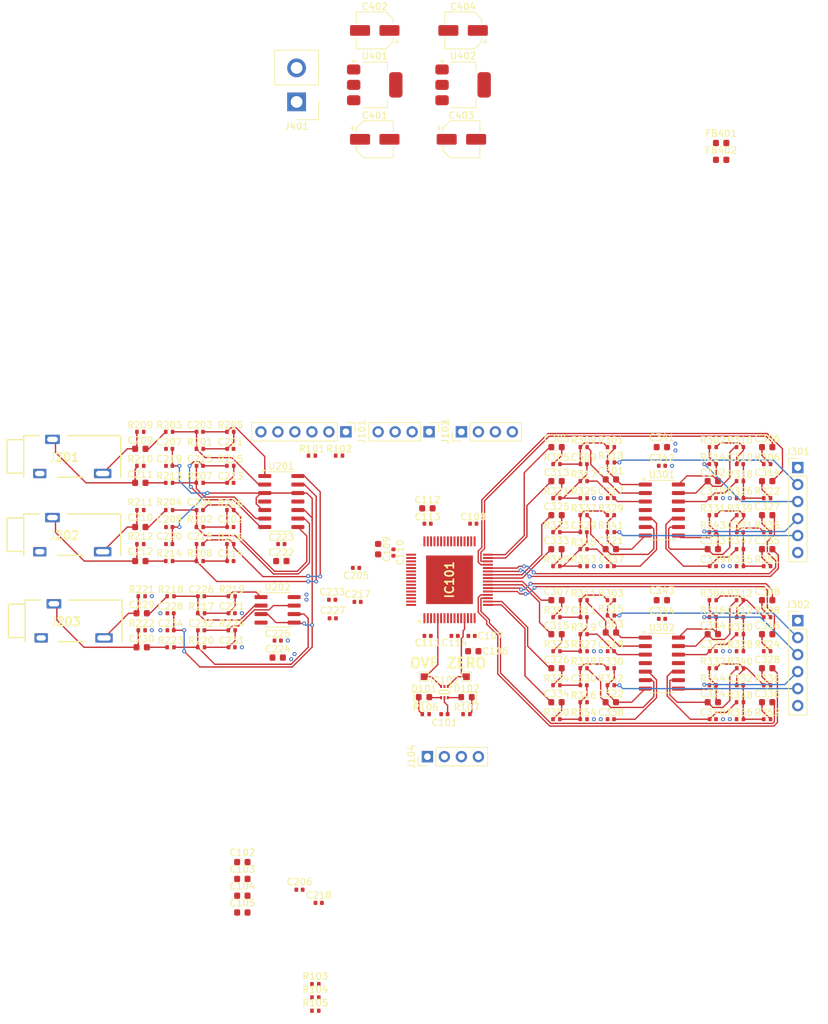
<source format=kicad_pcb>
(kicad_pcb (version 20241229) (generator "pcbnew") (generator_version "9.0")
  (layers (0 "F.Cu" signal) (4 "In1.Cu" signal) (6 "In2.Cu" signal) (2 "B.Cu" signal) (13 "F.Paste" user) (15 "B.Paste" user) (5 "F.SilkS" user "F.Silkscreen") (7 "B.SilkS" user "B.Silkscreen") (1 "F.Mask" user) (3 "B.Mask" user) (25 "Edge.Cuts" user))
  (net 0 "")
  (net 1 "GNDA")
  (net 2 "+3.3V")
  (net 3 "/Analog Inputs/VCOMAD")
  (net 4 "Net-(IC101-VCOMDA)")
  (net 5 "Net-(IC101-AREFAD1)")
  (net 6 "Net-(IC101-VREFAD2)")
  (net 7 "+5V")
  (net 8 "/Analog Inputs/VIN1+")
  (net 9 "/Analog Inputs/VIN3+")
  (net 10 "Net-(U201A--)")
  (net 11 "Net-(C203-Pad2)")
  (net 12 "Net-(C204-Pad2)")
  (net 13 "Net-(U201C--)")
  (net 14 "/Analog Inputs/VIN1-")
  (net 15 "/Analog Inputs/VIN3-")
  (net 16 "/Analog Inputs/AIN1_L")
  (net 17 "/Analog Inputs/ANA_IN1L")
  (net 18 "/Analog Inputs/ANA_IN2L")
  (net 19 "/Analog Inputs/AIN2_L")
  (net 20 "/Analog Inputs/AIN1_R")
  (net 21 "/Analog Inputs/ANA_IN1R")
  (net 22 "/Analog Inputs/ANA_IN2R")
  (net 23 "/Analog Inputs/AIN2_R")
  (net 24 "/Analog Inputs/VIN2+")
  (net 25 "/Analog Inputs/VIN4+")
  (net 26 "Net-(C215-Pad2)")
  (net 27 "Net-(U201B--)")
  (net 28 "Net-(U201D--)")
  (net 29 "Net-(C216-Pad2)")
  (net 30 "/Analog Inputs/VIN2-")
  (net 31 "/Analog Inputs/VIN4-")
  (net 32 "/Analog Inputs/VIN5+")
  (net 33 "Net-(U202A--)")
  (net 34 "Net-(C226-Pad2)")
  (net 35 "/Analog Inputs/VIN5-")
  (net 36 "/Analog Inputs/ANA_IN3L")
  (net 37 "/Analog Inputs/AIN3_L")
  (net 38 "/Analog Inputs/AIN3_R")
  (net 39 "/Analog Inputs/ANA_IN3R")
  (net 40 "/Analog Inputs/VIN6+")
  (net 41 "Net-(U202B--)")
  (net 42 "Net-(C232-Pad2)")
  (net 43 "/Analog Inputs/VIN6-")
  (net 44 "Net-(C301-Pad2)")
  (net 45 "Net-(U301A--)")
  (net 46 "Net-(C302-Pad2)")
  (net 47 "Net-(U301D--)")
  (net 48 "Net-(U302A--)")
  (net 49 "Net-(C303-Pad2)")
  (net 50 "Net-(C304-Pad2)")
  (net 51 "Net-(U302D--)")
  (net 52 "/Analog Outputs/VOUT1-")
  (net 53 "Net-(C305-Pad2)")
  (net 54 "/Analog Outputs/VOUT2-")
  (net 55 "Net-(C306-Pad2)")
  (net 56 "/Analog Outputs/VOUT5-")
  (net 57 "Net-(C307-Pad2)")
  (net 58 "/Analog Outputs/VOUT6-")
  (net 59 "Net-(C308-Pad2)")
  (net 60 "Net-(C309-Pad2)")
  (net 61 "Net-(C309-Pad1)")
  (net 62 "Net-(C310-Pad1)")
  (net 63 "Net-(C310-Pad2)")
  (net 64 "Net-(C311-Pad1)")
  (net 65 "Net-(C311-Pad2)")
  (net 66 "Net-(C312-Pad2)")
  (net 67 "Net-(C312-Pad1)")
  (net 68 "Net-(C313-Pad2)")
  (net 69 "/Analog Outputs/VOUT1+")
  (net 70 "/Analog Outputs/VOUT2+")
  (net 71 "Net-(C314-Pad2)")
  (net 72 "/Analog Outputs/VOUT5+")
  (net 73 "Net-(C315-Pad2)")
  (net 74 "/Analog Outputs/VOUT6+")
  (net 75 "Net-(C316-Pad2)")
  (net 76 "Net-(U301A-+)")
  (net 77 "Net-(U301D-+)")
  (net 78 "Net-(U302A-+)")
  (net 79 "Net-(U302D-+)")
  (net 80 "Net-(C321-Pad2)")
  (net 81 "Net-(U301B--)")
  (net 82 "Net-(C322-Pad2)")
  (net 83 "Net-(U302B--)")
  (net 84 "Net-(U301C--)")
  (net 85 "Net-(C323-Pad2)")
  (net 86 "Net-(U302C--)")
  (net 87 "Net-(C324-Pad2)")
  (net 88 "/Analog Outputs/VOUT4-")
  (net 89 "Net-(C325-Pad2)")
  (net 90 "Net-(C326-Pad2)")
  (net 91 "/Analog Outputs/VOUT8-")
  (net 92 "/Analog Outputs/VOUT3-")
  (net 93 "Net-(C327-Pad2)")
  (net 94 "Net-(C328-Pad2)")
  (net 95 "/Analog Outputs/VOUT7-")
  (net 96 "Net-(C329-Pad1)")
  (net 97 "Net-(C329-Pad2)")
  (net 98 "Net-(C330-Pad1)")
  (net 99 "Net-(C330-Pad2)")
  (net 100 "Net-(C331-Pad1)")
  (net 101 "Net-(C331-Pad2)")
  (net 102 "Net-(C332-Pad2)")
  (net 103 "Net-(C332-Pad1)")
  (net 104 "/Analog Outputs/VOUT4+")
  (net 105 "Net-(C333-Pad2)")
  (net 106 "Net-(C334-Pad2)")
  (net 107 "/Analog Outputs/VOUT8+")
  (net 108 "Net-(C335-Pad2)")
  (net 109 "/Analog Outputs/VOUT3+")
  (net 110 "/Analog Outputs/VOUT7+")
  (net 111 "Net-(C336-Pad2)")
  (net 112 "Net-(U301B-+)")
  (net 113 "Net-(U302B-+)")
  (net 114 "Net-(U301C-+)")
  (net 115 "Net-(U302C-+)")
  (net 116 "GND")
  (net 117 "/Power/V_EXT")
  (net 118 "Net-(D101-K)")
  (net 119 "Net-(D101-A)")
  (net 120 "Net-(D102-A)")
  (net 121 "Net-(D102-K)")
  (net 122 "/DIN3")
  (net 123 "/DOUT3")
  (net 124 "Net-(IC101-MS{slash}ADR0{slash}MD0)")
  (net 125 "/DOUT1")
  (net 126 "/LRCK_DAC")
  (net 127 "/MCLK")
  (net 128 "/LRCK_ADC")
  (net 129 "/SDIN")
  (net 130 "/BCK_DAC")
  (net 131 "/BCK_ADC")
  (net 132 "/OVF")
  (net 133 "/SDA")
  (net 134 "Net-(IC101-DIN4)")
  (net 135 "/ZERO")
  (net 136 "/SCL")
  (net 137 "/~{RST}")
  (net 138 "/DOUT2")
  (net 139 "Net-(IC101-MDO{slash}ADR1{slash}MD1)")
  (net 140 "/DIN2")
  (net 141 "/Analog Outputs/AOUT3")
  (net 142 "/Analog Outputs/AOUT4")
  (net 143 "/Analog Outputs/AOUT1")
  (net 144 "/Analog Outputs/AOUT2")
  (net 145 "/Analog Outputs/AOUT6")
  (net 146 "/Analog Outputs/AOUT5")
  (net 147 "/Analog Outputs/AOUT7")
  (net 148 "/Analog Outputs/AOUT8")
  (footprint "Capacitor_SMD:C_0603_1608Metric" (layer "F.Cu") (at 131.572 172.466)
    (property "Reference" "C304")
    (property "Value" "680pF")
  )
  (footprint "TestPoint:TestPoint_Pad_1.0x1.0mm" (layer "F.Cu") (at 88.392 178.816 -90)
    (property "Reference" "TP102")
    (property "Value" "OVERFLOW")
  )
  (footprint "Resistor_SMD:R_0402_1005Metric" (layer "F.Cu") (at 72.147 226.712)
    (property "Reference" "R104")
    (property "Value" "0R")
  )
  (footprint "Capacitor_SMD:C_0603_1608Metric" (layer "F.Cu") (at 66.5145 175.9575)
    (property "Reference" "C224")
    (property "Value" "10uF")
  )
  (footprint "Connector_PinHeader_2.54mm:PinHeader_1x06_P2.54mm_Vertical" (layer "F.Cu") (at 144.272 147.574)
    (property "Reference" "J301")
    (property "Value" "OUTPUT1-4")
  )
  (footprint "Capacitor_SMD:C_0603_1608Metric" (layer "F.Cu") (at 67.056 161.544)
    (property "Reference" "C222")
    (property "Value" "10uF")
  )
  (footprint "Capacitor_SMD:C_0402_1005Metric" (layer "F.Cu") (at 112.255 180.086)
    (property "Reference" "C330")
    (property "Value" "3.3nF")
  )
  (footprint "Capacitor_SMD:C_0402_1005Metric" (layer "F.Cu") (at 135.636 147.066)
    (property "Reference" "C310")
    (property "Value" "3.3nF")
  )
  (footprint "Package_SO:SOIC-14_3.9x8.7mm_P1.27mm" (layer "F.Cu") (at 123.952 153.924)
    (property "Reference" "U301")
    (property "Value" "OPA4134UA")
  )
  (footprint "Capacitor_SMD:C_0402_1005Metric" (layer "F.Cu") (at 50.4965 169.3375)
    (property "Reference" "C228")
    (property "Value" "100nF")
  )
  (footprint "Resistor_SMD:R_0402_1005Metric" (layer "F.Cu") (at 116.319 157.226 180)
    (property "Reference" "R341")
    (property "Value" "47R")
  )
  (footprint "Capacitor_SMD:C_0402_1005Metric" (layer "F.Cu") (at 59.436 156.464)
    (property "Reference" "C202")
    (property "Value" "22nF")
  )
  (footprint "Capacitor_SMD:C_0402_1005Metric" (layer "F.Cu") (at 54.864 153.924)
    (property "Reference" "C204")
    (property "Value" "2.2nF")
  )
  (footprint "Resistor_SMD:R_0402_1005Metric" (layer "F.Cu") (at 139.7 180.086 180)
    (property "Reference" "R336")
    (property "Value" "7.5k")
  )
  (footprint "Capacitor_SMD:C_0603_1608Metric" (layer "F.Cu") (at 108.191 182.626)
    (property "Reference" "C334")
    (property "Value" "10uF")
  )
  (footprint "Capacitor_SMD:C_0603_1608Metric" (layer "F.Cu") (at 108.204 172.466)
    (property "Reference" "C315")
    (property "Value" "10uF")
  )
  (footprint "Resistor_SMD:R_0402_1005Metric" (layer "F.Cu") (at 50.4965 174.4175)
    (property "Reference" "R223")
    (property "Value" "3.09k")
  )
  (footprint "Connector_PinHeader_2.54mm:PinHeader_1x04_P2.54mm_Vertical" (layer "F.Cu") (at 93.98 142.24 90)
    (property "Reference" "J103")
    (property "Value" "MISC")
  )
  (footprint "Capacitor_SMD:C_0402_1005Metric" (layer "F.Cu") (at 54.864 142.24)
    (property "Reference" "C203")
    (property "Value" "2.2nF")
  )
  (footprint "Resistor_SMD:R_0402_1005Metric" (layer "F.Cu") (at 139.7 152.146 180)
    (property "Reference" "R322")
    (property "Value" "7.5k")
  )
  (footprint "Capacitor_SMD:C_0603_1608Metric" (layer "F.Cu") (at 139.7 172.466 180)
    (property "Reference" "C316")
    (property "Value" "10uF")
  )
  (footprint "Package_SO:SOIC-8_3.9x4.9mm_P1.27mm" (layer "F.Cu") (at 66.4985 168.8295)
    (property "Reference" "U202")
    (property "Value" "OPA2134")
  )
  (footprint "SJ3-35083A-TR:SJ335083ATR" (layer "F.Cu") (at 30.944 160.149)
    (property "Reference" "J202")
    (property "Value" "ANALOG_IN2" (hide yes))
  )
  (footprint "Connector_PinHeader_2.54mm:PinHeader_1x06_P2.54mm_Vertical" (layer "F.Cu") (at 144.272 170.434)
    (property "Reference" "J302")
    (property "Value" "OUTPUT5-8")
  )
  (footprint "Resistor_SMD:R_0402_1005Metric" (layer "F.Cu") (at 55.0685 174.4175)
    (property "Reference" "R220")
    (property "Value" "1.5k")
  )
  (footprint "Capacitor_SMD:C_0402_1005Metric" (layer "F.Cu") (at 131.572 175.006)
    (property "Reference" "C320")
    (property "Value" "680pF")
  )
  (footprint "Capacitor_SMD:C_0402_1005Metric" (layer "F.Cu") (at 55.0685 166.7975)
    (property "Reference" "C226")
    (property "Value" "2.2nF")
  )
  (footprint "Capacitor_SMD:C_0603_1608Metric" (layer "F.Cu") (at 123.952 167.386)
    (property "Reference" "C343")
    (property "Value" "10uF")
  )
  (footprint "Resistor_SMD:R_0402_1005Metric" (layer "F.Cu") (at 135.636 162.306)
    (property "Reference" "R355")
    (property "Value" "5.6k")
  )
  (footprint "Capacitor_SMD:C_0402_1005Metric" (layer "F.Cu") (at 131.572 185.166)
    (property "Reference" "C340")
    (property "Value" "680pF")
  )
  (footprint "Resistor_SMD:R_0402_1005Metric" (layer "F.Cu") (at 54.864 144.78)
    (property "Reference" "R201")
    (property "Value" "1.5k")
  )
  (footprint "Capacitor_SMD:C_0402_1005Metric" (layer "F.Cu") (at 50.292 159.004)
    (property "Reference" "C220")
    (property "Value" "100nF")
  )
  (footprint "Resistor_SMD:R_0402_1005Metric" (layer "F.Cu") (at 139.7 185.166 180)
    (property "Reference" "R352")
    (property "Value" "7.5k")
  )
  (footprint "Package_TO_SOT_SMD:SOT-223-3_TabPin2" (layer "F.Cu") (at 94.234 90.424)
    (property "Reference" "U402")
    (property "Value" "AMS1117-3.3")
  )
  (footprint "Capacitor_SMD:C_0603_1608Metric" (layer "F.Cu") (at 108.204 154.686)
    (property "Reference" "C325")
    (property "Value" "10uF")
  )
  (footprint "Resistor_SMD:R_0402_1005Metric" (layer "F.Cu") (at 108.191 185.166)
    (property "Reference" "R350")
    (property "Value" "7.5k")
  )
  (footprint "Capacitor_SMD:C_0402_1005Metric" (layer "F.Cu") (at 67.056 159.004)
    (property "Reference" "C223")
    (property "Value" "100pF")
  )
  (footprint "Connector_PinHeader_2.54mm:PinHeader_1x04_P2.54mm_Vertical" (layer "F.Cu") (at 88.9 190.754 90)
    (property "Reference" "J104")
    (property "Value" "DOUT")
  )
  (footprint "Connector_PinHeader_2.54mm:PinHeader_1x04_P2.54mm_Vertical" (layer "F.Cu") (at 89.154 142.24 -90)
    (property "Reference" "J102")
    (property "Value" "I^{2}C")
  )
  (footprint "Resistor_SMD:R_0402_1005Metric" (layer "F.Cu") (at 131.572 177.546)
    (property "Reference" "R332")
    (property "Value" "5.6k")
  )
  (footprint "Resistor_SMD:R_0402_1005Metric" (layer "F.Cu") (at 50.4965 166.7975)
    (property "Reference" "R218")
    (property "Value" "3.09k")
  )
  (footprint "Resistor_SMD:R_0402_1005Metric" (layer "F.Cu") (at 112.255 154.686)
    (property "Reference" "R337")
    (property "Value" "360R")
  )
  (footprint "Resistor_SMD:R_0402_1005Metric" (layer "F.Cu") (at 116.319 177.546 180)
    (property "Reference" "R330")
    (property "Value" "5.6k")
  )
  (footprint "Capacitor_SMD:C_0603_1608Metric" (layer "F.Cu") (at 61.227 209.012)
    (property "Reference" "C103")
    (property "Value" "10uF")
  )
  (footprint "Resistor_SMD:R_0402_1005Metric" (layer "F.Cu") (at 131.572 144.526)
    (property "Reference" "R302")
    (property "Value" "5.6k")
  )
  (footprint "Resistor_SMD:R_0402_1005Metric" (layer "F.Cu") (at 54.864 156.464)
    (property "Reference" "R202")
    (property "Value" "1.5k")
  )
  (footprint "Capacitor_SMD:C_0603_1608Metric" (layer "F.Cu") (at 88.9 153.67 180)
    (property "Reference" "C112")
    (property "Value" "10uF")
  )
  (footprint "Resistor_SMD:R_0402_1005Metric" (layer "F.Cu") (at 112.268 167.386)
    (property "Reference" "R311")
    (property "Value" "360R")
  )
  (footprint "Resistor_SMD:R_0402_1005Metric" (layer "F.Cu") (at 108.191 162.306)
    (property "Reference" "R349")
    (property "Value" "7.5k")
  )
  (footprint "Capacitor_SMD:C_0402_1005Metric" (layer "F.Cu") (at 72.644 212.598)
    (property "Reference" "C218")
    (property "Value" "22nF")
  )
  (footprint "Resistor_SMD:R_0402_1005Metric" (layer "F.Cu") (at 112.268 172.466)
    (property "Reference" "R319")
    (property "Value" "360R")
  )
  (footprint "Capacitor_SMD:C_0402_1005Metric" (layer "F.Cu") (at 83.82 160.274 -90)
    (property "Reference" "C110")
    (property "Value" "100pF")
  )
  (footprint "Resistor_SMD:R_0402_1005Metric" (layer "F.Cu") (at 112.255 159.766)
    (property "Reference" "R345")
    (property "Value" "360R")
  )
  (footprint "Capacitor_SMD:C_0402_1005Metric" (layer "F.Cu") (at 123.973 147.314)
    (property "Reference" "C342")
    (property "Value" "100pF")
  )
  (footprint "Resistor_SMD:R_0402_1005Metric" (layer "F.Cu") (at 135.636 182.626 180)
    (property "Reference" "R348")
    (property "Value" "360R")
  )
  (footprint "Capacitor_SMD:C_0603_1608Metric" (layer "F.Cu") (at 139.7 154.686 180)
    (property "Reference" "C327")
    (property "Value" "10uF")
  )
  (footprint "Resistor_SMD:R_0402_1005Metric" (layer "F.Cu") (at 50.292 153.924)
    (property "Reference" "R204")
    (property "Value" "3.09k")
  )
  (footprint "Capacitor_SMD:C_0402_1005Metric" (layer "F.Cu") (at 74.7435 170.0935)
    (property "Reference" "C227")
    (property "Value" "22nF")
  )
  (footprint "Capacitor_SMD:C_0402_1005Metric" (layer "F.Cu") (at 59.436 144.78)
    (property "Reference" "C201")
    (property "Value" "22nF")
  )
  (footprint "Resistor_SMD:R_0402_1005Metric" (layer "F.Cu") (at 112.268 175.006 180)
    (property "Reference" "R327")
    (property "Value" "5.6k")
  )
  (footprint "Capacitor_SMD:C_0402_1005Metric" (layer "F.Cu") (at 54.864 159.004)
    (property "Reference" "C216")
    (property "Value" "2.2nF")
  )
  (footprint "Capacitor_SMD:CP_Elec_5x5.3" (layer "F.Cu") (at 94.234 82.296 180)
    (property "Reference" "C404")
    (property "Value" "22uF")
  )
  (footprint "Resistor_SMD:R_0402_1005Metric" (layer "F.Cu") (at 55.0685 169.3375)
    (property "Reference" "R217")
    (property "Value" "1.5k")
  )
  (footprint "Resistor_SMD:R_0402_1005Metric" (layer "F.Cu") (at 59.436 153.924 180)
    (property "Reference" "R206")
    (property "Value" "47R")
  )
  (footprint "Resistor_SMD:R_0402_1005Metric" (layer "F.Cu") (at 108.204 169.926)
    (property "Reference" "R307")
    (property "Value" "7.5k")
  )
  (footprint "Resistor_SMD:R_0402_1005Metric" (layer "F.Cu") (at 116.319 180.086 180)
    (property "Reference" "R342")
    (property "Value" "47R")
  )
  (footprint "Capacitor_SMD:C_0603_1608Metric" (layer "F.Cu") (at 139.7 144.526 180)
    (property "Reference" "C306")
    (property "Value" "10uF")
  )
  (footprint "Resistor_SMD:R_0402_1005Metric" (layer "F.Cu") (at 135.636 172.466 180)
    (property "Reference" "R320")
    (property "Value" "360R")
  )
  (footprint "Capacitor_SMD:C_0603_1608Metric" (layer "F.Cu") (at 116.319 182.626)
    (property "Reference" "C322")
    (property "Value" "680pF")
  )
  (footprint "Resistor_SMD:R_0402_1005Metric" (layer "F.Cu") (at 116.332 169.672 180)
    (property "Reference" "R315")
    (property "Value" "47R")
  )
  (footprint "Capacitor_SMD:C_0603_1608Metric" (layer "F.Cu") (at 46.1785 169.3375)
    (property "Reference" "C229")
    (property "Value" "10uF")
  )
  (footprint "PCM3168APAP:QFP50P1200X1200X120-65N" (layer "F.Cu") (at 92.202 164.338 90)
    (property "Reference" "IC101")
    (property "Value" "PCM3168APAP" (hide yes))
  )
  (footprint "SJ3-35083A-TR:SJ335083ATR" (layer "F.Cu") (at 30.944 148.465)
    (property "Reference" "J201")
    (property "Value" "ANALOG_IN1" (hide yes))
  )
  (footprint "Resistor_SMD:R_0402_1005Metric" (layer "F.Cu") (at 59.6405 166.7975)
    (property "Reference" "R219")
    (property "Value" "47R")
  )
  (footprint "Capacitor_SMD:C_0603_1608Metric" (layer "F.Cu") (at 61.227 206.502)
    (property "Reference" "C102")
    (property "Value" "10uF")
  )
  (footprint "Resistor_SMD:R_0402_1005Metric" (layer "F.Cu") (at 108.204 175.006)
    (property "Reference" "R323")
    (property "Value" "7.5k")
  )
  (footprint "Resistor_SMD:R_0402_1005Metric" (layer "F.Cu") (at 135.664 177.546 180)
    (property "Reference" "R340")
    (property "Value" "360R")
  )
  (footprint "Capacitor_SMD:C_0603_1608Metric" (layer "F.Cu") (at 108.204 144.526)
    (property "Reference" "C305")
    (property "Value" "10uF")
  )
  (footprint "Capacitor_SMD:C_0402_1005Metric" (layer "F.Cu") (at 116.332 152.146 180)
    (property "Reference" "C317")
    (property "Value" "680pF")
  )
  (footprint "Capacitor_SMD:C_0402_1005Metric" (layer "F.Cu") (at 59.436 161.544)
    (property "Reference" "C214")
    (property "Value" "22nF")
  )
  (footprint "Capacitor_SMD:C_0402_1005Metric" (layer "F.Cu") (at 123.973 170.174)
    (property "Reference" "C344")
    (property "Value" "100pF")
  )
  (footprint "Capacitor_SMD:C_0603_1608Metric" (layer "F.Cu") (at 61.227 214.032)
    (property "Reference" "C105")
    (property "Value" "10uF")
  )
  (footprint "Capacitor_SMD:C_0402_1005Metric" (layer "F.Cu") (at 91.44 184.404 180)
    (property "Reference" "C101")
    (property "Value" "100pF")
  )
  (footprint "Capacitor_SMD:C_0402_1005Metric" (layer "F.Cu") (at 54.864 147.32)
    (property "Reference" "C215")
    (property "Value" "2.2nF")
  )
  (footprint "Capacitor_SMD:C_0603_1608Metric" (layer "F.Cu") (at 131.572 149.606)
    (property "Reference" "C302")
    (property "Value" "680pF")
  )
  (footprint "Resistor_SMD:R_0402_1005Metric" (layer "F.Cu") (at 135.636 175.006)
    (property "Reference" "R328")
    (property "Value" "5.6k")
  )
  (footprint "Resistor_SMD:R_0402_1005Metric" (layer "F.Cu") (at 135.636 185.166)
    (property "Reference" "R356")
    (property "Value" "5.6k")
  )
  (footprint "Resistor_SMD:R_0402_1005Metric" (layer "F.Cu") (at 46.1785 166.7975)
    (property "Reference" "R221")
    (property "Value" "200k")
  )
  (footprint "Capacitor_SMD:C_0402_1005Metric" (layer "F.Cu") (at 55.0685 171.8775)
    (property "Reference" "C232")
    (property "Value" "2.2nF")
  )
  (footprint "Capacitor_SMD:C_0402_1005Metric" (layer "F.Cu") (at 116.319 162.306 180)
    (property "Reference" "C337")
    (property "Value" "680pF")
  )
  (footprint "Resistor_SMD:R_0402_1005Metric" (layer "F.Cu") (at 108.191 157.226)
    (property "Reference" "R333")
    (property "Value" "7.5k")
  )
  (footprint "Resistor_SMD:R_0402_1005Metric" (layer "F.Cu") (at 88.646 184.404)
    (property "Reference" "R106")
    (property "Value" "360R")
  )
  (footprint "Capacitor_SMD:C_0603_1608Metric" (layer "F.Cu") (at 45.974 156.464)
    (property "Reference" "C210")
    (property "Value" "10uF")
  )
  (footprint "Resistor_SMD:R_0402_1005Metric" (layer "F.Cu") (at 112.255 177.546)
    (property "Reference" "R338")
    (property "Value" "360R")
  )
  (footprint "Resistor_SMD:R_0402_1005Metric" (layer "F.Cu") (at 139.7 157.226 180)
    (property "Reference" "R335")
    (property "Value" "7.5k")
  )
  (footprint "Resistor_SMD:R_0402_1005Metric" (layer "F.Cu") (at 112.255 162.306 180)
    (property "Reference" "R353")
    (property "Value" "5.6k")
  )
  (footprint "Capacitor_SMD:C_0402_1005Metric" (layer "F.Cu") (at 50.292 144.78)
    (property "Reference" "C207")
    (property "Value" "100nF")
  )
  (footprint "Resistor_SMD:R_0402_1005Metric" (layer "F.Cu") (at 112.255 185.166 180)
    (property "Reference" "R354")
    (property "Value" "5.6k")
  )
  (footprint "Capacitor_SMD:C_0402_1005Metric" (layer "F.Cu") (at 88.928 155.956 180)
    (property "Reference" "C113")
    (property "Value" "100pF")
  )
  (footprint "Resistor_SMD:R_0402_1005Metric" (layer "F.Cu") (at 112.268 149.606)
    (property "Reference" "R317")
    (property "Value" "360R")
  )
  (footprint "Capacitor_SMD:C_0603_1608Metric" (layer "F.Cu") (at 95.758 175.006)
    (property "Reference" "C106")
    (property "Value" "10uF")
  )
  (footprint "Resistor_SMD:R_0402_1005Metric" (layer "F.Cu") (at 50.292 149.86)
    (property "Reference" "R213")
    (property "Value" "3.09k")
  )
  (footprint "Resistor_SMD:R_0402_1005Metric" (layer "F.Cu") (at 46.1785 171.8775)
    (property "Reference" "R222")
    (property "Value" "200k")
  )
  (footprint "Resistor_SMD:R_0402_1005Metric" (layer "F.Cu") (at 135.636 167.386 180)
    (property "Reference" "R312")
    (property "Value" "360R")
  )
  (footprint "Capacitor_SMD:C_0603_1608Metric" (layer "F.Cu") (at 61.227 211.522)
    (property "Reference" "C104")
    (property "Value" "10uF")
  )
  (footprint "Capacitor_SMD:C_0402_1005Metric" (layer "F.Cu") (at 112.268 169.926)
    (property "Reference" "C311")
    (property "Value" "3.3nF")
  )
  (footprint "Capacitor_SMD:C_0603_1608Metric" (layer "F.Cu") (at 132.818 101.612)
    (property "Reference" "FB402")
    (property "Value" "220R/2A")
  )
  (footprint "Capacitor_SMD:C_0603_1608Metric" (layer "F.Cu") (at 46.1785 174.4175)
    (property "Reference" "C230")
    (property "Value" "10uF")
  )
  (footprint "Capacitor_SMD:C_0603_1608Metric" (layer "F.Cu") (at 116.332 172.212)
    (property "Reference" "C303")
    (property "Value" "680pF")
  )
  (footprint "Capacitor_SMD:CP_Elec_5x5.3" (layer "F.Cu") (at 93.98 98.552)
    (property "Reference" "C403")
    (property "Value" "10uF")
  )
  (footprint "Resistor_SMD:R_0402_1005Metric" (layer "F.Cu") (at 139.7 175.006 180)
    (property "Reference" "R324")
    (property "Value" "7.5k")
  )
  (footprint "Capacitor_SMD:C_0402_1005Metric" (layer "F.Cu") (at 78.458 167.64)
    (property "Reference" "C217")
    (property "Value" "22nF")
  )
  (footprint "Resistor_SMD:R_0402_1005Metric" (layer "F.Cu") (at 131.572 167.386)
    (property "Reference" "R304")
    (property "Value" "5.6k")
  )
  (footprint "Package_SO:SOIC-14_3.9x8.7mm_P1.27mm" (layer "F.Cu") (at 123.952 176.784)
    (property "Reference" "U302")
    (property "Value" "OPA4134UA")
  )
  (footprint "Capacitor_SMD:C_0402_1005Metric" (layer "F.Cu") (at 74.6555 167.3215)
    (property "Reference" "C233")
    (property "Value" "22nF")
  )
  (footprint "Resistor_SMD:R_0402_1005Metric" (layer "F.Cu") (at 135.664 154.686 180)
    (property "Reference" "R339")
    (property "Value" "360R")
  )
  (footprint "Resistor_SMD:R_0402_1005Metric" (layer "F.Cu") (at 131.572 157.226)
    (property "Reference" "R343")
    (property "Value" "47R")
  )
  (footprint "Resistor_SMD:R_0402_1005Metric" (layer "F.Cu") (at 139.7 147.066 180)
    (property "Reference" "R306")
    (property "Value" "7.5k")
  )
  (footprint "Capacitor_SMD:C_0603_1608Metric" (layer "F.Cu") (at 139.7 167.386 180)
    (property "Reference" "C308")
    (property "Value" "10uF")
  )
  (footprint "Capacitor_SMD:C_0402_1005Metric" (layer "F.Cu") (at 69.774 210.628)
    (property "Reference" "C206")
    (property "Value" "22nF")
  )
  (footprint "Capacitor_SMD:C_0603_1608Metric" (layer "F.Cu") (at 45.974 144.78)
    (property "Reference" "C209")
    (property "Value" "10uF")
  )
  (footprint "Capacitor_SMD:C_0402_1005Metric" (layer "F.Cu") (at 59.436 149.86)
    (property "Reference" "C213")
    (property "Value" "22nF")
  )
  (footprint "Capacitor_SMD:C_0603_1608Metric" (layer "F.Cu") (at 116.319 159.766)
    (property "Reference" "C321")
    (property "Value" "680pF")
  )
  (footprint "Package_SO:SOIC-14_3.9x8.7mm_P1.27mm" (layer "F.Cu") (at 67.056 152.654)
    (property "Reference" "U201")
    (property "Value" "OPA4134UA")
  )
  (footprint "Package_TO_SOT_SMD:SOT-223-3_TabPin2" (layer "F.Cu") (at 81.026 90.424)
    (property "Reference" "U401")
    (property "Value" "AMS1117-5.0")
  )
  (footprint "Capacitor_SMD:C_0603_1608Metric" (layer "F.Cu") (at 139.7 177.546 180)
    (property "Reference" "C328")
    (property "Value" "10uF")
  )
  (footprint "Capacitor_SMD:C_0402_1005Metric" (layer "F.Cu") (at 66.5145 173.4175)
    (property "Reference" "C225")
    (property "Value" "100pF")
  )
  (footprint "Resistor_SMD:R_0402_1005Metric" (layer "F.Cu") (at 59.6405 171.8775)
    (property "Reference" "R224")
    (property "Value" "47R")
  )
  (footprint "Capacitor_SMD:C_0402_1005Metric" (layer "F.Cu") (at 95.758 155.956)
    (property "Reference" "C108")
    (property "Value" "100pF")
  )
  (footprint "Capacitor_SMD:C_0402_1005Metric" (layer "F.Cu") (at 135.636 169.926)
    (property "Reference" "C312")
    (property "Value" "3.3nF")
  )
  (footprint "Resistor_SMD:R_0402_1005Metric" (layer "F.Cu") (at 54.864 161.544)
    (property "Reference" "R208")
    (property "Value" "1.5k")
  )
  (footprint "Capacitor_SMD:C_0603_1608Metric" (layer "F.Cu") (at 132.818 99.102)
    (property "Reference" "FB401")
    (property "Value" "220R/2A")
  )
  (footprint "Capacitor_SMD:C_0603_1608Metric" (layer "F.Cu") (at 139.7 149.606 180)
    (property "Reference" "C314")
    (property "Value" "10uF")
  )
  (footprint "Capacitor_SMD:C_0603_1608Metric" (layer "F.Cu") (at 131.572 159.766)
    (property "Reference" "C323")
    (property "Value" "680pF")
  )
  (footprint "Resistor_SMD:R_0402_1005Metric" (layer "F.Cu") (at 116.332 146.812 180)
    (property "Reference" "R313")
    (property "Value" "47R")
  )
  (footprint "Capacitor_SMD:C_0402_1005Metric" (layer "F.Cu") (at 131.572 162.306)
    (property "Reference" "C339")
    (property "Value" "680pF")
  )
  (footprint "Resistor_SMD:R_0402_1005Metric" (layer "F.Cu") (at 59.436 142.24)
    (property "Reference" "R205")
    (property "Value" "47R")
  )
  (footprint "Resistor_SMD:R_0402_1005Metric" (layer "F.Cu") (at 139.7 162.306 180)
    (property "Reference" "R351")
    (property "Value" "7.5k")
  )
  (footprint "Capacitor_SMD:C_0402_1005Metric" (layer "F.Cu") (at 112.268 147.066)
    (property "Reference" "C309")
    (property "Value" "3.3nF")
  )
  (footprint "Resistor_SMD:R_0402_1005Metric" (layer "F.Cu") (at 135.636 159.766 180)
    (property "Reference" "R347")
    (property "Value" "360R")
  )
  (footprint "Resistor_SMD:R_0402_1005Metric" (layer "F.Cu") (at 135.636 152.146)
    (property "Reference" "R326")
    (property "Value" "5.6k")
  )
  (footprint "Capacitor_SMD:C_0603_1608Metric" (layer "F.Cu") (at 116.332 149.352)
    (property "Reference" "C301")
    (property "Value" "680pF")
  )
  (footprint "Capacitor_SMD:C_0402_1005Metric" (layer "F.Cu") (at 78.232 162.56 180)
    (property "Reference" "C205")
    (property "Value" "22nF")
  )
  (footprint "Resistor_SMD:R_0402_1005Metric" (layer "F.Cu") (at 131.572 154.686)
    (property "Reference" "R331")
    (property "Value" "5.6k")
  )
  (footprint "Resistor_SMD:R_0402_1005Metric" (layer "F.Cu") (at 50.292 161.544)
    (property "Reference" "R214")
    (property "Value" "3.09k")
  )
  (footprint "Resistor_SMD:R_0402_1005Metric" (layer "F.Cu") (at 59.436 159.004 180)
    (property "Reference" "R216")
    (property "Value" "47R")
  )
  (footprint "LED_SMD:LED_0603_1608Metric" (layer "F.Cu") (at 88.392 181.864)
    (property "Reference" "D101")
    (property "Value" "GREEN")
  )
  (footprint "Capacitor_SMD:C_0402_1005Metric" (layer "F.Cu") (at 50.292 156.464)
    (property "Reference" "C208")
    (property "Value" "100nF")
  )
  (footprint "Resistor_SMD:R_0402_1005Metric" (layer "F.Cu") (at 112.255 182.626)
    (property "Reference" "R346")
    (property "Value" "360R")
  )
  (footprint "Resistor_SMD:R_0402_1005Metric" (layer "F.Cu") (at 112.268 152.146 180)
    (property "Reference" "R325")
    (property "Value" "5.6k")
  )
  (footprint "Capacitor_SMD:C_0402_1005Metric" (layer "F.Cu") (at 88.928 172.72 180)
    (property "Reference" "C111")
    (property "Value" "100pF")
  )
  (footprint "Capacitor_SMD:C_0603_1608Metric" (layer "F.Cu") (at 108.204 167.386)
    (property "Reference" "C307")
    (property "Value" "10uF")
  )
  (footprint "Capacitor_SMD:C_0402_1005Metric" (layer "F.Cu") (at 112.255 157.226)
    (property "Reference" "C329")
    (property "Value" "3.3nF")
  )
  (footprint "Capacitor_SMD:C_0402_1005Metric" (layer "F.Cu") (at 135.636 180.086)
    (property "Reference" "C332")
    (property "Value" "3.3nF")
  )
  (footprint "Capacitor_SMD:C_0603_1608Metric" (layer "F.Cu") (at 45.974 161.544)
    (property "Reference" "C212")
    (property "Value" "10uF")
  )
  (footprint "Resistor_SMD:R_0402_1005Metric" (layer "F.Cu") (at 131.572 169.926)
    (property "Reference" "R316")
    (property "Value" "47R")
  )
  (footprint "Resistor_SMD:R_0402_1005Metric" (layer "F.Cu") (at 108.204 152.146)
    (property "Reference" "R321")
    (property "Value" "7.5k")
  )
  (footprint "Resistor_SMD:R_0402_1005Metric" (layer "F.Cu") (at 108.204 147.066)
    (property "Reference" "R305")
    (property "Value" "7.5k")
  )
  (footprint "Resistor_SMD:R_0402_1005Metric" (layer "F.Cu") (at 94.742 184.404 180)
    (property "Reference" "R107")
    (property "Value" "360R")
  )
  (footprint "Capacitor_SMD:C_0402_1005Metric" (layer "F.Cu") (at 95.504 172.72)
    (property "Reference" "C107")
    (property "Value" "100pF")
  )
  (footprint "Capacitor_SMD:C_0402_1005Metric" (layer "F.Cu") (at 59.6405 174.4175)
    (property "Reference" "C231")
    (property "Value" "22nF")
  )
  (footprint "Capacitor_SMD:C_0402_1005Metric" (layer "F.Cu") (at 92.964 172.72 180)
    (property "Reference" "C114")
    (property "Value" "100pF")
  )
  (footprint "Resistor_SMD:R_0402_1005Metric" (layer "F.Cu") (at 108.191 180.086)
    (property "Reference" "R334")
    (property "Value" "7.5k")
  )
  (footprint "Capacitor_SMD:CP_Elec_5x5.3" (layer "F.Cu") (at 81.026 82.296 180)
    (property "Reference" "C402")
    (property "Value" "22uF")
  )
  (footprint "LED_SMD:LED_0603_1608Metric" (layer "F.Cu") (at 94.742 181.864 180)
    (property "Reference" "D102")
    (property "Value" "YELLOW")
  )
  (footprint "Capacitor_SMD:C_0603_1608Metric" (layer "F.Cu") (at 45.974 149.86)
    (property "Reference" "C211")
    (property "Value" "10uF")
  )
  (footprint "Resistor_SMD:R_0402_1005Metric" (layer "F.Cu") (at 45.974 147.32)
    (property "Reference" "R210")
    (property "Value" "200k")
  )
  (footprint "Resistor_SMD:R_0402_1005Metric" (layer "F.Cu") (at 72.147 228.702)
    (property "Reference" "R105")
    (property "Value" "0R")
  )
  (footprint "Resistor_SMD:R_0402_1005Metric" (layer "F.Cu") (at 116.332 144.526 180)
    (property "Reference" "R301")
    (property "Value" "5.6k")
  )
  (footprint "Connector_Samtec_HPM_THT:Samtec_HPM-02-01-x-S_Straight_1x02_Pitch5.08mm" (layer "F.Cu") (at 69.342 92.969 180)
    (property "Reference" "J401")
    (property "Value" "POWER IN")
  )
  (footprint "Capacitor_SMD:C_0402_1005Metric" (layer "F.Cu") (at 131.572 152.146)
    (property "Reference" "C318")
    (property "Value" "680pF")
  )
  (footprint "Resistor_SMD:R_0402_1005Metric" (layer "F.Cu") (at 116.332 167.386 180)
    (property "Reference" "R303")
    (property "Value" "5.6k")
  )
  (footprint "TestPoint:TestPoint_Pad_1.0x1.0mm" (layer "F.Cu") (at 94.742 178.816 -90)
    (property "Reference" "TP101")
    (property "Value" "ZERO")
  )
  (footprint "Capacitor_SMD:C_0402_1005Metric" (layer "F.Cu") (at 116.332 175.006 180)
    (property "Reference" "C319")
    (property "Value" "680pF")
  )
  (footprint "Capacitor_SMD:C_0402_1005Metric" (layer "F.Cu") (at 50.292 147.32)
    (property "Reference" "C219")
    (property "Value" "100nF")
  )
  (footprint "Resistor_SMD:R_0402_1005Metric" (layer "F.Cu") (at 71.628 145.796)
    (property "Reference" "R101")
    (property "Value" "0R")
  )
  (footprint "Connector_PinHeader_2.54mm:PinHeader_1x06_P2.54mm_Vertical" (layer "F.Cu") (at 76.708 142.24 -90)
    (property "Reference" "J101")
    (property "Value" "I^{2}S")
  )
  (footprint "Capacitor_SMD:C_0603_1608Metric" (layer "F.Cu") (at 131.572 182.626)
    (property "Reference" "C324")
    (property "Value" "680pF")
  )
  (footprint "Capacitor_SMD:C_0603_1608Metric" (layer "F.Cu") (at 81.534 159.766 -90)
    (property "Reference" "C109")
    (property "Value" "10uF")
  )
  (footprint "Resistor_SMD:R_0402_1005Metric" (layer "F.Cu") (at 135.636 149.606 180)
    (property "Reference" "R318")
    (property "Value" "360R")
  )
  (footprint "Resistor_SMD:R_0402_1005Metric" (layer "F.Cu") (at 45.974 159.004)
    (property "Reference" "R212")
    (property "Value" "200k")
  )
  (footprint "Capacitor_SMD:C_0603_1608Metric" (layer "F.Cu") (at 108.191 159.766)
    (property "Reference" "C333")
    (property "Value" "10uF")
  )
  (footprint "Resistor_SMD:R_0402_1005Metric" (layer "F.Cu") (at 50.292 142.24)
    (property "Reference" "R203")
    (property "Value" "3.09k")
  )
  (footprint "Resistor_SMD:R_0402_1005Metric" (layer "F.Cu") (at 131.572 147.066)
    (property "Reference" "R314")
    (property "Value" "47R")
  )
  (footprint "Resistor_SMD:R_0402_1005Metric" (layer "F.Cu") (at 45.974 142.24)
    (property "Reference" "R209")
    (property "Value" "200k")
  )
  (footprint "Capacitor_SMD:C_0402_1005Metric" (layer "F.Cu") (at 116.319 185.166 180)
    (property "Reference" "C338")
    (property "Value" "680pF")
  )
  (footprint "Capacitor_SMD:C_0603_1608Metric" (layer "F.Cu") (at 123.952 144.526)
    (property "Reference" "C341")
    (property "Value" "10uF")
  )
  (footprint "Resistor_SMD:R_0402_1005Metric" (layer "F.Cu") (at 131.572 180.086)
    (property "Reference" "R344")
    (property "Value" "47R")
  )
  (footprint "Capacitor_SMD:C_0603_1608Metric" (layer "F.Cu") (at 108.204 149.606)
    (property "Reference" "C313")
    (property "Value" "10uF")
  )
  (footprint "Resistor_SMD:R_0402_1005Metric" (layer "F.Cu") (at 54.864 149.86)
    (property "Reference" "R207")
    (property "Value" "1.5k")
  )
  (footprint "Capacitor_SMD:C_0603_1608Metric" (layer "F.Cu") (at 139.7 159.766 180)
    (property "Reference" "C335")
    (property "Value" "10uF")
  )
  (footprint "Capacitor_SMD:C_0402_1005Metric" (layer "F.Cu") (at 135.636 157.226)
    (property "Reference" "C331")
    (property "Value" "3.3nF")
  )
  (footprint "Capacitor_SMD:C_0402_1005Metric" (layer "F.Cu") (at 50.4965 171.8775)
    (property "Reference" "C234")
    (property "Value" "100nF")
  )
  (footprint "Resistor_SMD:R_0402_1005Metric" (layer "F.Cu") (at 116.319 154.686 180)
    (property "Reference" "R329")
    (property "Value" "5.6k")
  )
  (footprint "Resistor_SMD:R_0402_1005Metric" (layer "F.Cu") (at 139.7 169.926 180)
    (property "Reference" "R308")
    (property "Value" "7.5k")
  )
  (footprint "Resistor_SMD:R_0402_1005Metric" (layer "F.Cu") (at 75.692 145.796)
    (property "Reference" "R102")
    (property "Value" "0R")
  )
  (footprint "Capacitor_SMD:CP_Elec_5x5.3" (layer "F.Cu") (at 81.026 98.552)
    (property "Reference" "C401")
    (property "Value" "10uF")
  )
  (footprint "Resistor_SMD:R_0402_1005Metric" (layer "F.Cu") (at 72.147 224.722)
    (property "Reference" "R103")
    (property "Value" "0R")
  )
  (footprint "SJ3-35083A-TR:SJ335083ATR" (layer "F.Cu") (at 31.1485 173.0225)
    (property "Reference" "J203")
    (property "Value" "ANALOG_IN3" (hide yes))
  )
  (footprint "Capacitor_SMD:C_0402_1005Metric" (layer "F.Cu") (at 59.6405 169.3375)
    (property "Reference" "C221")
    (property "Value" "22nF")
  )
  (footprint "SN74LVC2G34DRLR:SOTFL50P160X60-6N" (layer "F.Cu") (at 91.44 181.102 -90)
    (property "Reference" "IC102")
    (property "Value" "SN74LVC2G34DRLR" (hide yes))
  )
  (footprint "Resistor_SMD:R_0402_1005Metric" (layer "F.Cu") (at 135.636 144.526 180)
    (property "Reference" "R310")
    (property "Value" "360R")
  )
  (footprint "Capacitor_SMD:C_0603_1608Metric" (layer "F.Cu") (at 139.7 182.626 180)
    (property "Reference" "C336")
    (property "Value" "10uF")
  )
  (footprint "Resistor_SMD:R_0402_1005Metric" (layer "F.Cu") (at 45.974 153.924)
    (property "Reference" "R211")
    (property "Value" "200k")
  )
  (footprint "Resistor_SMD:R_0402_1005Metric" (layer "F.Cu") (at 59.436 147.32)
    (property "Reference" "R215")
    (property "Value" "47R")
  )
  (footprint "Resistor_SMD:R_0402_1005Metric" (layer "F.Cu") (at 112.268 144.526)
    (property "Reference" "R309")
    (property "Value" "360R")
  )
  (footprint "Capacitor_SMD:C_0603_1608Metric" (layer "F.Cu") (at 108.204 177.546)
    (property "Reference" "C326")
    (property "Value" "10uF")
  )
  (gr_text "ZERO" (at 94.742 176.784 0) (layer "F.SilkS") (effects (font (size 1.5 1.5) (thickness 0.3) (bold yes))))
  (gr_text "OVF" (at 88.392 176.784 0) (layer "F.SilkS") (effects (font (size 1.5 1.5) (thickness 0.3) (bold yes))))
  (via (at 47.7025 171.8775) (size 0.6) (drill 0.3) (layers "F.Cu" "B.Cu") (net 1))
  (via (at 68.0225 173.4015) (size 0.6) (drill 0.3) (layers "F.Cu" "B.Cu") (net 1))
  (via (at 125.984 144.018) (size 0.6) (drill 0.3) (layers "F.Cu" "B.Cu") (net 1))
  (via (at 68.5305 176.1955) (size 0.6) (drill 0.3) (layers "F.Cu" "B.Cu") (net 1))
  (via (at 133.096 185.166) (size 0.6) (drill 0.3) (layers "F.Cu" "B.Cu") (net 1))
  (via (at 113.792 175.006) (size 0.6) (drill 0.3) (layers "F.Cu" "B.Cu") (net 1))
  (via (at 114.808 175.006) (size 0.6) (drill 0.3) (layers "F.Cu" "B.Cu") (net 1))
  (via (at 125.984 145.034) (size 0.6) (drill 0.3) (layers "F.Cu" "B.Cu") (net 1))
  (via (at 61.1645 169.3375) (size 0.6) (drill 0.3) (layers "F.Cu" "B.Cu") (net 1))
  (via (at 48.9725 169.3375) (size 0.6) (drill 0.3) (layers "F.Cu" "B.Cu") (net 1))
  (via (at 113.792 152.146) (size 0.6) (drill 0.3) (layers "F.Cu" "B.Cu") (net 1))
  (via (at 61.1645 174.4175) (size 0.6) (drill 0.3) (layers "F.Cu" "B.Cu") (net 1))
  (via (at 133.096 175.006) (size 0.6) (drill 0.3) (layers "F.Cu" "B.Cu") (net 1))
  (via (at 114.808 152.146) (size 0.6) (drill 0.3) (layers "F.Cu" "B.Cu") (net 1))
  (via (at 70.8165 166.5435) (size 0.6) (drill 0.3) (layers "F.Cu" "B.Cu") (net 1))
  (via (at 113.792 185.166) (size 0.6) (drill 0.3) (layers "F.Cu" "B.Cu") (net 1))
  (via (at 134.112 152.146) (size 0.6) (drill 0.3) (layers "F.Cu" "B.Cu") (net 1))
  (via (at 125.476 147.32) (size 0.6) (drill 0.3) (layers "F.Cu" "B.Cu") (net 1))
  (via (at 133.096 162.306) (size 0.6) (drill 0.3) (layers "F.Cu" "B.Cu") (net 1))
  (via (at 48.9725 171.8775) (size 0.6) (drill 0.3) (layers "F.Cu" "B.Cu") (net 1))
  (via (at 69.0385 175.4335) (size 0.6) (drill 0.3) (layers "F.Cu" "B.Cu") (net 1))
  (via (at 133.096 152.146) (size 0.6) (drill 0.3) (layers "F.Cu" "B.Cu") (net 1))
  (via (at 114.808 185.166) (size 0.6) (drill 0.3) (layers "F.Cu" "B.Cu") (net 1))
  (via (at 134.112 175.006) (size 0.6) (drill 0.3) (layers "F.Cu" "B.Cu") (net 1))
  (via (at 113.792 162.306) (size 0.6) (drill 0.3) (layers "F.Cu" "B.Cu") (net 1))
  (via (at 47.7025 166.7975) (size 0.6) (drill 0.3) (layers "F.Cu" "B.Cu") (net 1))
  (via (at 70.8165 167.3055) (size 0.6) (drill 0.3) (layers "F.Cu" "B.Cu") (net 1))
  (via (at 114.808 162.306) (size 0.6) (drill 0.3) (layers "F.Cu" "B.Cu") (net 1))
  (via (at 134.112 185.166) (size 0.6) (drill 0.3) (layers "F.Cu" "B.Cu") (net 1))
  (via (at 134.112 162.306) (size 0.6) (drill 0.3) (layers "F.Cu" "B.Cu") (net 1))
  (segment (start 91.92 183.106) (end 91.92 184.404) (width 0.2) (layer "F.Cu") (net 2))
  (segment (start 91.44 182.626) (end 91.92 183.106) (width 0.2) (layer "F.Cu") (net 2))
  (segment (start 91.44 181.94) (end 91.44 182.626) (width 0.2) (layer "F.Cu") (net 2))
  (segment (start 71.6705 155.448) (end 71.6705 155.088501) (width 0.2) (layer "F.Cu") (net 3))
  (segment (start 70.505999 153.924) (end 69.531 153.924) (width 0.2) (layer "F.Cu") (net 3))
  (segment (start 64.998499 169.4645) (end 66.268499 170.7345) (width 0.2) (layer "F.Cu") (net 3))
  (segment (start 64.0235 169.4645) (end 64.998499 169.4645) (width 0.2) (layer "F.Cu") (net 3))
  (segment (start 52.5285 171.8775) (end 50.9765 171.8775) (width 0.2) (layer "F.Cu") (net 3))
  (segment (start 71.6705 152.1885) (end 70.866 151.384) (width 0.2) (layer "F.Cu") (net 3))
  (segment (start 55.997082 151.384) (end 64.581 151.384) (width 0.2) (layer "F.Cu") (net 3))
  (segment (start 69.531 151.384) (end 64.581 151.384) (width 0.2) (layer "F.Cu") (net 3))
  (segment (start 71.6705 155.088501) (end 70.505999 153.924) (width 0.2) (layer "F.Cu") (net 3))
  (segment (start 63.305 152.087) (end 64.008 151.384) (width 0.2) (layer "F.Cu") (net 3))
  (segment (start 69.1005 170.8615) (end 68.9735 170.7345) (width 0.2) (layer "F.Cu") (net 3))
  (segment (start 50.9765 169.3375) (end 50.9765 171.8775) (width 0.2) (layer "F.Cu") (net 3))
  (segment (start 51.816 156.464) (end 50.772 156.464) (width 0.2) (layer "F.Cu") (net 3))
  (segment (start 68.6966 177.3585) (end 71.6705 174.3846) (width 0.2) (layer "F.Cu") (net 3))
  (segment (start 54.8695 177.3585) (end 52.5285 175.0175) (width 0.2) (layer "F.Cu") (net 3))
  (segment (start 64.581 153.924) (end 64.234032 153.924) (width 0.2) (layer "F.Cu") (net 3))
  (segment (start 50.772 156.464) (end 50.772 159.004) (width 0.2) (layer "F.Cu") (net 3))
  (segment (start 70.866 151.384) (end 69.531 151.384) (width 0.2) (layer "F.Cu") (net 3))
  (segment (start 64.008 151.384) (end 64.581 151.384) (width 0.2) (layer "F.Cu") (net 3))
  (segment (start 64.234032 153.924) (end 63.305 152.994968) (width 0.2) (layer "F.Cu") (net 3))
  (segment (start 50.772 147.32) (end 51.816 147.32) (width 0.2) (layer "F.Cu") (net 3))
  (segment (start 71.6705 171.1155) (end 71.6705 155.448) (width 0.2) (layer "F.Cu") (net 3))
  (segment (start 58.8785 177.3585) (end 54.8695 177.3585) (width 0.2) (layer "F.Cu") (net 3))
  (segment (start 63.305 152.994968) (end 63.305 152.087) (width 0.2) (layer "F.Cu") (net 3))
  (segment (start 50.772 144.78) (end 50.772 147.32) (width 0.2) (layer "F.Cu") (net 3))
  (segment (start 71.6705 174.3846) (end 71.6705 171.1155) (width 0.2) (layer "F.Cu") (net 3))
  (segment (start 58.8785 177.3585) (end 68.6966 177.3585) (width 0.2) (layer "F.Cu") (net 3))
  (segment (start 71.6705 155.448) (end 71.6705 152.1885) (width 0.2) (layer "F.Cu") (net 3))
  (segment (start 55.996082 151.385) (end 55.997082 151.384) (width 0.2) (layer "F.Cu") (net 3))
  (segment (start 70.4705 170.8615) (end 69.1005 170.8615) (width 0.2) (layer "F.Cu") (net 3))
  (segment (start 66.268499 170.7345) (end 68.9735 170.7345) (width 0.2) (layer "F.Cu") (net 3))
  (via (at 70.4705 170.8615) (size 0.6) (drill 0.3) (layers "F.Cu" "B.Cu") (net 3))
  (via (at 51.816 156.464) (size 0.6) (drill 0.3) (layers "F.Cu" "B.Cu") (net 3))
  (via (at 52.5285 175.0175) (size 0.6) (drill 0.3) (layers "F.Cu" "B.Cu") (net 3))
  (via (at 71.6705 171.1155) (size 0.6) (drill 0.3) (layers "F.Cu" "B.Cu") (net 3))
  (via (at 55.996082 151.385) (size 0.6) (drill 0.3) (layers "F.Cu" "B.Cu") (net 3))
  (via (at 52.5285 171.8775) (size 0.6) (drill 0.3) (layers "F.Cu" "B.Cu") (net 3))
  (via (at 51.816 147.32) (size 0.6) (drill 0.3) (layers "F.Cu" "B.Cu") (net 3))
  (segment (start 71.6705 171.1155) (end 70.7245 171.1155) (width 0.2) (layer "B.Cu") (net 3))
  (segment (start 70.7245 171.1155) (end 70.4705 170.8615) (width 0.2) (layer "B.Cu") (net 3))
  (segment (start 53.594 151.384) (end 51.816 149.606) (width 0.2) (layer "B.Cu") (net 3))
  (segment (start 55.995082 151.384) (end 53.594 151.384) (width 0.2) (layer "B.Cu") (net 3))
  (segment (start 52.5285 175.0175) (end 52.5285 171.8775) (width 0.2) (layer "B.Cu") (net 3))
  (segment (start 55.996082 151.385) (end 55.995082 151.384) (width 0.2) (layer "B.Cu") (net 3))
  (segment (start 51.816 156.464) (end 51.816 155.565082) (width 0.2) (layer "B.Cu") (net 3))
  (segment (start 51.816 155.565082) (end 55.996082 151.385) (width 0.2) (layer "B.Cu") (net 3))
  (segment (start 51.816 149.606) (end 51.816 147.32) (width 0.2) (layer "B.Cu") (net 3))
  (segment (start 59.946 142.24) (end 59.946 143.79) (width 0.2) (layer "F.Cu") (net 8))
  (segment (start 55.374 144.78) (end 58.956 144.78) (width 0.2) (layer "F.Cu") (net 8))
  (segment (start 59.946 143.79) (end 58.956 144.78) (width 0.2) (layer "F.Cu") (net 8))
  (segment (start 58.926 156.434) (end 58.956 156.464) (width 0.2) (layer "F.Cu") (net 9))
  (segment (start 58.926 153.924) (end 58.926 156.434) (width 0.2) (layer "F.Cu") (net 9))
  (segment (start 55.374 156.464) (end 58.956 156.464) (width 0.2) (layer "F.Cu") (net 9))
  (segment (start 59.6671 146.10076) (end 55.67476 146.10076) (width 0.2) (layer "F.Cu") (net 10))
  (segment (start 55.67476 146.10076) (end 54.354 144.78) (width 0.2) (layer "F.Cu") (net 10))
  (segment (start 63.68034 150.114) (end 59.6671 146.10076) (width 0.2) (layer "F.Cu") (net 10))
  (segment (start 64.581 150.114) (end 63.68034 150.114) (width 0.2) (layer "F.Cu") (net 10))
  (segment (start 54.384 144.75) (end 54.354 144.78) (width 0.2) (layer "F.Cu") (net 10))
  (segment (start 50.802 142.24) (end 54.384 142.24) (width 0.2) (layer "F.Cu") (net 10))
  (segment (start 54.384 142.24) (end 54.384 144.75) (width 0.2) (layer "F.Cu") (net 10))
  (segment (start 64.581 148.844) (end 64.581 145.93466) (width 0.2) (layer "F.Cu") (net 11))
  (segment (start 60.26534 141.619) (end 59.547 141.619) (width 0.2) (layer "F.Cu") (net 11))
  (segment (start 64.581 145.93466) (end 60.26534 141.619) (width 0.2) (layer "F.Cu") (net 11))
  (segment (start 59.547 141.619) (end 58.926 142.24) (width 0.2) (layer "F.Cu") (net 11))
  (segment (start 55.344 142.24) (end 58.926 142.24) (width 0.2) (layer "F.Cu") (net 11))
  (segment (start 66.04 163.068) (end 60.96 157.988) (width 0.2) (layer "F.Cu") (net 12))
  (segment (start 59.184 153.162) (end 56.106 153.162) (width 0.2) (layer "F.Cu") (net 12))
  (segment (start 69.4324 163.068) (end 66.04 163.068) (width 0.2) (layer "F.Cu") (net 12))
  (segment (start 60.96 154.938) (end 59.946 153.924) (width 0.2) (layer "F.Cu") (net 12))
  (segment (start 69.531 156.464) (end 70.8685 157.8015) (width 0.2) (layer "F.Cu") (net 12))
  (segment (start 60.96 157.988) (end 60.96 154.938) (width 0.2) (layer "F.Cu") (net 12))
  (segment (start 70.8685 161.6319) (end 69.4324 163.068) (width 0.2) (layer "F.Cu") (net 12))
  (segment (start 59.946 153.924) (end 59.184 153.162) (width 0.2) (layer "F.Cu") (net 12))
  (segment (start 70.8685 157.8015) (end 70.8685 161.6319) (width 0.2) (layer "F.Cu") (net 12))
  (segment (start 56.106 153.162) (end 55.344 153.924) (width 0.2) (layer "F.Cu") (net 12))
  (segment (start 71.2695 155.957501) (end 70.505999 155.194) (width 0.2) (layer "F.Cu") (net 13))
  (segment (start 60.1389 157.734) (end 65.8739 163.469) (width 0.2) (layer "F.Cu") (net 13))
  (segment (start 54.384 153.924) (end 54.384 156.434) (width 0.2) (layer "F.Cu") (net 13))
  (segment (start 71.2695 161.798) (end 71.2695 155.957501) (width 0.2) (layer "F.Cu") (net 13))
  (segment (start 54.354 156.464) (end 55.624 157.734) (width 0.2) (layer "F.Cu") (net 13))
  (segment (start 55.624 157.734) (end 60.1389 157.734) (width 0.2) (layer "F.Cu") (net 13))
  (segment (start 54.384 156.434) (end 54.354 156.464) (width 0.2) (layer "F.Cu") (net 13))
  (segment (start 70.505999 155.194) (end 69.531 155.194) (width 0.2) (layer "F.Cu") (net 13))
  (segment (start 65.8739 163.469) (end 69.5985 163.469) (width 0.2) (layer "F.Cu") (net 13))
  (segment (start 69.5985 163.469) (end 71.2695 161.798) (width 0.2) (layer "F.Cu") (net 13))
  (segment (start 50.802 153.924) (end 54.384 153.924) (width 0.2) (layer "F.Cu") (net 13))
  (segment (start 45.464 142.24) (end 45.464 144.515) (width 0.2) (layer "F.Cu") (net 16))
  (segment (start 40.344 148.465) (end 44.029 144.78) (width 0.2) (layer "F.Cu") (net 16))
  (segment (start 45.464 144.515) (end 45.199 144.78) (width 0.2) (layer "F.Cu") (net 16))
  (segment (start 44.029 144.78) (end 45.199 144.78) (width 0.2) (layer "F.Cu") (net 16))
  (segment (start 46.749 144.78) (end 47.242 144.78) (width 0.2) (layer "F.Cu") (net 17))
  (segment (start 47.242 144.78) (end 49.782 142.24) (width 0.2) (layer "F.Cu") (net 17))
  (segment (start 46.749 156.464) (end 47.242 156.464) (width 0.2) (layer "F.Cu") (net 18))
  (segment (start 47.242 156.464) (end 49.782 153.924) (width 0.2) (layer "F.Cu") (net 18))
  (segment (start 45.464 153.924) (end 45.464 156.199) (width 0.2) (layer "F.Cu") (net 19))
  (segment (start 44.029 156.464) (end 45.199 156.464) (width 0.2) (layer "F.Cu") (net 19))
  (segment (start 40.344 160.149) (end 44.029 156.464) (width 0.2) (layer "F.Cu") (net 19))
  (segment (start 45.464 156.199) (end 45.199 156.464) (width 0.2) (layer "F.Cu") (net 19))
  (segment (start 45.199 147.837) (end 45.199 149.86) (width 0.2) (layer "F.Cu") (net 20))
  (segment (start 33.295 143.816) (end 32.844 143.365) (width 0.2) (layer "F.Cu") (net 20))
  (segment (start 45.464 147.572) (end 45.199 147.837) (width 0.2) (layer "F.Cu") (net 20))
  (segment (start 37.846 149.86) (end 33.295 145.309) (width 0.2) (layer "F.Cu") (net 20))
  (segment (start 33.295 145.309) (end 33.295 143.816) (width 0.2) (layer "F.Cu") (net 20))
  (segment (start 45.464 147.32) (end 45.464 147.572) (width 0.2) (layer "F.Cu") (net 20))
  (segment (start 45.199 149.86) (end 37.846 149.86) (width 0.2) (layer "F.Cu") (net 20))
  (segment (start 46.749 149.86) (end 49.782 149.86) (width 0.2) (layer "F.Cu") (net 21))
  (segment (start 46.749 161.544) (end 49.782 161.544) (width 0.2) (layer "F.Cu") (net 22))
  (segment (start 45.464 159.004) (end 45.464 161.279) (width 0.2) (layer "F.Cu") (net 23))
  (segment (start 45.199 161.544) (end 37.592 161.544) (width 0.2) (layer "F.Cu") (net 23))
  (segment (start 33.295 157.247) (end 33.295 155.5) (width 0.2) (layer "F.Cu") (net 23))
  (segment (start 33.295 155.5) (end 32.844 155.049) (width 0.2) (layer "F.Cu") (net 23))
  (segment (start 45.464 161.279) (end 45.199 161.544) (width 0.2) (layer "F.Cu") (net 23))
  (segment (start 37.592 161.544) (end 33.295 157.247) (width 0.2) (layer "F.Cu") (net 23))
  (segment (start 55.374 149.86) (end 58.956 149.86) (width 0.2) (layer "F.Cu") (net 24))
  (segment (start 59.946 148.842) (end 59.946 147.32) (width 0.2) (layer "F.Cu") (net 24))
  (segment (start 58.956 149.86) (end 58.956 149.832) (width 0.2) (layer "F.Cu") (net 24))
  (segment (start 58.956 149.832) (end 59.946 148.842) (width 0.2) (layer "F.Cu") (net 24))
  (segment (start 55.374 161.544) (end 58.956 161.544) (width 0.2) (layer "F.Cu") (net 25))
  (segment (start 58.926 159.004) (end 58.926 161.514) (width 0.2) (layer "F.Cu") (net 25))
  (segment (start 58.926 161.514) (end 58.956 161.544) (width 0.2) (layer "F.Cu") (net 25))
  (segment (start 55.344 147.32) (end 58.926 147.32) (width 0.2) (layer "F.Cu") (net 26))
  (segment (start 53.951 146.709) (end 54.733 146.709) (width 0.2) (layer "F.Cu") (net 26))
  (segment (start 55.444527 152.386) (end 53.518527 150.46) (width 0.2) (layer "F.Cu") (net 26))
  (segment (start 64.581 156.464) (end 63.9489 156.464) (width 0.2) (layer "F.Cu") (net 26))
  (segment (start 53.34 147.32) (end 53.951 146.709) (width 0.2) (layer "F.Cu") (net 26))
  (segment (start 63.9489 156.464) (end 59.8709 152.386) (width 0.2) (layer "F.Cu") (net 26))
  (segment (start 54.733 146.709) (end 55.344 147.32) (width 0.2) (layer "F.Cu") (net 26))
  (segment (start 59.8709 152.386) (end 55.444527 152.386) (width 0.2) (layer "F.Cu") (net 26))
  (via (at 53.518527 150.46) (size 0.6) (drill 0.3) (layers "F.Cu" "B.Cu") (net 26))
  (via (at 53.34 147.32) (size 0.6) (drill 0.3) (layers "F.Cu" "B.Cu") (net 26))
  (segment (start 53.518527 150.46) (end 53.34 150.281473) (width 0.2) (layer "B.Cu") (net 26))
  (segment (start 53.34 150.281473) (end 53.34 147.32) (width 0.2) (layer "B.Cu") (net 26))
  (segment (start 60.037 151.985) (end 55.610627 151.985) (width 0.2) (layer "F.Cu") (net 27))
  (segment (start 55.610627 151.985) (end 54.354 150.728373) (width 0.2) (layer "F.Cu") (net 27))
  (segment (start 63.246 155.194) (end 60.037 151.985) (width 0.2) (layer "F.Cu") (net 27))
  (segment (start 64.581 155.194) (end 63.246 155.194) (width 0.2) (layer "F.Cu") (net 27))
  (segment (start 54.354 147.35) (end 54.384 147.32) (width 0.2) (layer "F.Cu") (net 27))
  (segment (start 50.802 149.86) (end 54.354 149.86) (width 0.2) (layer "F.Cu") (net 27))
  (segment (start 54.354 149.86) (end 54.354 147.35) (width 0.2) (layer "F.Cu") (net 27))
  (segment (start 54.354 150.728373) (end 54.354 149.86) (width 0.2) (layer "F.Cu") (net 27))
  (segment (start 72.2705 164.592) (end 72.2705 151.878501) (width 0.2) (layer "F.Cu") (net 28))
  (segment (start 70.505999 150.114) (end 69.531 150.114) (width 0.2) (layer "F.Cu") (net 28))
  (segment (start 54.354 161.544) (end 54.354 161.288) (width 0.2) (layer "F.Cu") (net 28))
  (segment (start 57.402 164.592) (end 54.354 161.544) (width 0.2) (layer "F.Cu") (net 28))
  (segment (start 71.0705 164.592) (end 57.402 164.592) (width 0.2) (layer "F.Cu") (net 28))
  (segment (start 54.354 161.288) (end 54.384 161.258) (width 0.2) (layer "F.Cu") (net 28))
  (segment (start 50.802 161.544) (end 54.354 161.544) (width 0.2) (layer "F.Cu") (net 28))
  (segment (start 72.2705 151.878501) (end 70.505999 150.114) (width 0.2) (layer "F.Cu") (net 28))
  (segment (start 54.384 161.258) (end 54.384 159.004) (width 0.2) (layer "F.Cu") (net 28))
  (via (at 72.2705 164.592) (size 0.6) (drill 0.3) (layers "F.Cu" "B.Cu") (net 28))
  (via (at 71.0705 164.592) (size 0.6) (drill 0.3) (layers "F.Cu" "B.Cu") (net 28))
  (segment (start 72.2705 164.592) (end 71.0705 164.592) (width 0.2) (layer "B.Cu") (net 28))
  (segment (start 59.946 159.004) (end 59.946 159.514) (width 0.2) (layer "F.Cu") (net 29))
  (segment (start 59.325 158.383) (end 59.946 159.004) (width 0.2) (layer "F.Cu") (net 29))
  (segment (start 55.965 158.383) (end 59.325 158.383) (width 0.2) (layer "F.Cu") (net 29))
  (segment (start 69.531 148.844) (end 70.505999 148.844) (width 0.2) (layer "F.Cu") (net 29))
  (segment (start 59.946 159.514) (end 64.302 163.87) (width 0.2) (layer "F.Cu") (net 29))
  (segment (start 70.992497 163.87) (end 71.0705 163.791997) (width 0.2) (layer "F.Cu") (net 29))
  (segment (start 72.8705 151.208501) (end 72.8705 163.83) (width 0.2) (layer "F.Cu") (net 29))
  (segment (start 55.344 159.004) (end 55.965 158.383) (width 0.2) (layer "F.Cu") (net 29))
  (segment (start 70.505999 148.844) (end 72.8705 151.208501) (width 0.2) (layer "F.Cu") (net 29))
  (segment (start 64.302 163.87) (end 70.992497 163.87) (width 0.2) (layer "F.Cu") (net 29))
  (via (at 71.0705 163.791997) (size 0.6) (drill 0.3) (layers "F.Cu" "B.Cu") (net 29))
  (via (at 72.8705 163.83) (size 0.6) (drill 0.3) (layers "F.Cu" "B.Cu") (net 29))
  (segment (start 72.8705 163.83) (end 71.108503 163.83) (width 0.2) (layer "B.Cu") (net 29))
  (segment (start 71.108503 163.83) (end 71.0705 163.791997) (width 0.2) (layer "B.Cu") (net 29))
  (segment (start 60.1505 168.3475) (end 59.1605 169.3375) (width 0.2) (layer "F.Cu") (net 32))
  (segment (start 59.1605 169.3375) (end 55.5785 169.3375) (width 0.2) (layer "F.Cu") (net 32))
  (segment (start 60.1505 166.7975) (end 60.1505 168.3475) (width 0.2) (layer "F.Cu") (net 32))
  (segment (start 54.5885 169.3075) (end 54.5585 169.3375) (width 0.2) (layer "F.Cu") (net 33))
  (segment (start 51.0065 166.7975) (end 54.5885 166.7975) (width 0.2) (layer "F.Cu") (net 33))
  (segment (start 63.0695 168.1945) (end 60.9105 170.3535) (width 0.2) (layer "F.Cu") (net 33))
  (segment (start 64.0235 168.1945) (end 63.0695 168.1945) (width 0.2) (layer "F.Cu") (net 33))
  (segment (start 54.5885 166.7975) (end 54.5885 169.3075) (width 0.2) (layer "F.Cu") (net 33))
  (segment (start 60.9105 170.3535) (end 55.5745 170.3535) (width 0.2) (layer "F.Cu") (net 33))
  (segment (start 55.5745 170.3535) (end 54.5585 169.3375) (width 0.2) (layer "F.Cu") (net 33))
  (segment (start 63.2755 166.1765) (end 59.7515 166.1765) (width 0.2) (layer "F.Cu") (net 34))
  (segment (start 64.0235 166.9245) (end 63.2755 166.1765) (width 0.2) (layer "F.Cu") (net 34))
  (segment (start 55.5485 166.7975) (end 59.1305 166.7975) (width 0.2) (layer "F.Cu") (net 34))
  (segment (start 59.7515 166.1765) (end 59.1305 166.7975) (width 0.2) (layer "F.Cu") (net 34))
  (segment (start 46.9535 169.3375) (end 47.4465 169.3375) (width 0.2) (layer "F.Cu") (net 36))
  (segment (start 47.4465 169.3375) (end 49.9865 166.7975) (width 0.2) (layer "F.Cu") (net 36))
  (segment (start 45.6685 166.7975) (end 45.6685 169.0725) (width 0.2) (layer "F.Cu") (net 37))
  (segment (start 45.4035 169.3375) (end 44.2335 169.3375) (width 0.2) (layer "F.Cu") (net 37))
  (segment (start 45.6685 169.0725) (end 45.4035 169.3375) (width 0.2) (layer "F.Cu") (net 37))
  (segment (start 44.2335 169.3375) (end 40.5485 173.0225) (width 0.2) (layer "F.Cu") (net 37))
  (segment (start 33.4995 168.3735) (end 33.0485 167.9225) (width 0.2) (layer "F.Cu") (net 38))
  (segment (start 45.6685 174.1525) (end 45.4035 174.4175) (width 0.2) (layer "F.Cu") (net 38))
  (segment (start 45.4035 174.4175) (end 37.5425 174.4175) (width 0.2) (layer "F.Cu") (net 38))
  (segment (start 45.6685 171.8775) (end 45.6685 174.1525) (width 0.2) (layer "F.Cu") (net 38))
  (segment (start 37.5425 174.4175) (end 33.4995 170.3745) (width 0.2) (layer "F.Cu") (net 38))
  (segment (start 33.4995 170.3745) (end 33.4995 168.3735) (width 0.2) (layer "F.Cu") (net 38))
  (segment (start 46.9535 174.4175) (end 49.9865 174.4175) (width 0.2) (layer "F.Cu") (net 39))
  (segment (start 60.1505 171.8775) (end 60.1505 173.4275) (width 0.2) (layer "F.Cu") (net 40))
  (segment (start 60.1505 173.4275) (end 59.1605 174.4175) (width 0.2) (layer "F.Cu") (net 40))
  (segment (start 59.1605 174.4175) (end 55.5785 174.4175) (width 0.2) (layer "F.Cu") (net 40))
  (segment (start 54.5585 171.9355) (end 54.5585 174.4175) (width 0.2) (layer "F.Cu") (net 41))
  (segment (start 54.5585 174.4175) (end 57.0985 176.9575) (width 0.2) (layer "F.Cu") (net 41))
  (segment (start 57.0985 176.9575) (end 68.5305 176.9575) (width 0.2) (layer "F.Cu") (net 41))
  (segment (start 54.5885 171.8775) (end 54.5885 171.9055) (width 0.2) (layer "F.Cu") (net 41))
  (segment (start 51.0065 174.4175) (end 54.5585 174.4175) (width 0.2) (layer "F.Cu") (net 41))
  (segment (start 68.5305 176.9575) (end 71.0705 174.4175) (width 0.2) (layer "F.Cu") (net 41))
  (segment (start 70.4355 169.4645) (end 68.9735 169.4645) (width 0.2) (layer "F.Cu") (net 41))
  (segment (start 54.5885 171.9055) (end 54.5585 171.9355) (width 0.2) (layer "F.Cu") (net 41))
  (segment (start 71.0705 174.4175) (end 71.0705 170.0995) (width 0.2) (layer "F.Cu") (net 41))
  (segment (start 71.0705 170.0995) (end 70.4355 169.4645) (width 0.2) (layer "F.Cu") (net 41))
  (segment (start 63.041532 168.8295) (end 65.2285 168.8295) (width 0.2) (layer "F.Cu") (net 42))
  (segment (start 65.8635 168.1945) (end 68.9735 168.1945) (width 0.2) (layer "F.Cu") (net 42))
  (segment (start 59.1305 171.8775) (end 59.7515 171.2565) (width 0.2) (layer "F.Cu") (net 42))
  (segment (start 60.6565 171.214532) (end 63.041532 168.8295) (width 0.2) (layer "F.Cu") (net 42))
  (segment (start 65.2285 168.8295) (end 65.8635 168.1945) (width 0.2) (layer "F.Cu") (net 42))
  (segment (start 60.6565 171.2565) (end 60.6565 171.214532) (width 0.2) (layer "F.Cu") (net 42))
  (segment (start 59.7515 171.2565) (end 60.6565 171.2565) (width 0.2) (layer "F.Cu") (net 42))
  (segment (start 55.5485 171.8775) (end 59.1305 171.8775) (width 0.2) (layer "F.Cu") (net 42))
  (segment (start 115.822 145.798) (end 115.822 146.812) (width 0.2) (layer "F.Cu") (net 44))
  (segment (start 121.477 150.114) (end 117.869 150.114) (width 0.2) (layer "F.Cu") (net 44))
  (segment (start 115.822 146.812) (end 115.822 148.067) (width 0.2) (layer "F.Cu") (net 44))
  (segment (start 116.842 144.778) (end 115.822 145.798) (width 0.2) (layer "F.Cu") (net 44))
  (segment (start 116.842 144.526) (end 116.842 144.778) (width 0.2) (layer "F.Cu") (net 44))
  (segment (start 115.822 148.067) (end 117.107 149.352) (width 0.2) (layer "F.Cu") (net 44))
  (segment (start 117.869 150.114) (end 117.107 149.352) (width 0.2) (layer "F.Cu") (net 44))
  (segment (start 117.589 151.384) (end 115.557 149.352) (width 0.2) (layer "F.Cu") (net 45))
  (segment (start 121.477 151.384) (end 117.589 151.384) (width 0.2) (layer "F.Cu") (net 45))
  (segment (start 113.329 145.077) (end 113.329 147.124) (width 0.2) (layer "F.Cu") (net 45))
  (segment (start 112.778 144.526) (end 113.329 145.077) (width 0.2) (layer "F.Cu") (net 45))
  (segment (start 113.329 147.124) (end 115.557 149.352) (width 0.2) (layer "F.Cu") (net 45))
  (segment (start 131.062 144.526) (end 131.062 146.046) (width 0.2) (layer "F.Cu") (net 46))
  (segment (start 131.571 148.83) (end 132.347 149.606) (width 0.2) (layer "F.Cu") (net 46))
  (segment (start 131.062 146.046) (end 132.082 147.066) (width 0.2) (layer "F.Cu") (net 46))
  (segment (start 132.082 149.341) (end 132.347 149.606) (width 0.2) (layer "F.Cu") (net 46))
  (segment (start 127.711 148.83) (end 131.571 148.83) (width 0.2) (layer "F.Cu") (net 46))
  (segment (start 126.427 150.114) (end 127.711 148.83) (width 0.2) (layer "F.Cu") (net 46))
  (segment (start 132.082 147.066) (end 132.082 149.341) (width 0.2) (layer "F.Cu") (net 46))
  (segment (start 130.797 149.606) (end 131.573 150.382) (width 0.2) (layer "F.Cu") (net 47))
  (segment (start 131.573 150.382) (end 132.79611 150.382) (width 0.2) (layer "F.Cu") (net 47))
  (segment (start 132.79611 150.382) (end 134.112 149.06611) (width 0.2) (layer "F.Cu") (net 47))
  (segment (start 134.874 144.526) (end 135.126 144.526) (width 0.2) (layer "F.Cu") (net 47))
  (segment (start 129.019 151.384) (end 130.797 149.606) (width 0.2) (layer "F.Cu") (net 47))
  (segment (start 126.427 151.384) (end 129.019 151.384) (width 0.2) (layer "F.Cu") (net 47))
  (segment (start 134.112 145.288) (end 134.874 144.526) (width 0.2) (layer "F.Cu") (net 47))
  (segment (start 134.112 149.06611) (end 134.112 145.288) (width 0.2) (layer "F.Cu") (net 47))
  (segment (start 117.589 174.244) (end 121.477 174.244) (width 0.2) (layer "F.Cu") (net 48))
  (segment (start 115.557 172.212) (end 117.589 174.244) (width 0.2) (layer "F.Cu") (net 48))
  (segment (start 112.778 167.386) (end 112.778 167.705999) (width 0.2) (layer "F.Cu") (net 48))
  (segment (start 112.778 167.705999) (end 115.557 170.484999) (width 0.2) (layer "F.Cu") (net 48))
  (segment (start 115.557 170.484999) (end 115.557 172.212) (width 0.2) (layer "F.Cu") (net 48))
  (segment (start 115.822 168.406) (end 115.822 169.672) (width 0.2) (layer "F.Cu") (net 49))
  (segment (start 115.822 169.672) (end 117.107 170.957) (width 0.2) (layer "F.Cu") (net 49))
  (segment (start 121.477 172.974) (end 117.869 172.974) (width 0.2) (layer "F.Cu") (net 49))
  (segment (start 116.842 167.386) (end 115.822 168.406) (width 0.2) (layer "F.Cu") (net 49))
  (segment (start 117.107 170.957) (end 117.107 172.212) (width 0.2) (layer "F.Cu") (net 49))
  (segment (start 117.869 172.974) (end 117.107 172.212) (width 0.2) (layer "F.Cu") (net 49))
  (segment (start 127.711 171.69) (end 131.571 171.69) (width 0.2) (layer "F.Cu") (net 50))
  (segment (start 131.062 167.386) (end 131.062 168.906) (width 0.2) (layer "F.Cu") (net 50))
  (segment (start 131.571 171.69) (end 132.347 172.466) (width 0.2) (layer "F.Cu") (net 50))
  (segment (start 132.082 172.201) (end 132.347 172.466) (width 0.2) (layer "F.Cu") (net 50))
  (segment (start 132.082 169.926) (end 132.082 172.201) (width 0.2) (layer "F.Cu") (net 50))
  (segment (start 126.427 172.974) (end 127.711 171.69) (width 0.2) (layer "F.Cu") (net 50))
  (segment (start 131.062 168.906) (end 132.082 169.926) (width 0.2) (layer "F.Cu") (net 50))
  (segment (start 130.797 172.466) (end 131.573 173.242) (width 0.2) (layer "F.Cu") (net 51))
  (segment (start 131.573 173.242) (end 133.336 173.242) (width 0.2) (layer "F.Cu") (net 51))
  (segment (start 129.019 174.244) (end 130.797 172.466) (width 0.2) (layer "F.Cu") (net 51))
  (segment (start 126.427 174.244) (end 129.019 174.244) (width 0.2) (layer "F.Cu") (net 51))
  (segment (start 134.112 172.466) (end 134.112 168.4) (width 0.2) (layer "F.Cu") (net 51))
  (segment (start 133.336 173.242) (end 134.112 172.466) (width 0.2) (layer "F.Cu") (net 51))
  (segment (start 134.112 168.4) (end 135.126 167.386) (width 0.2) (layer "F.Cu") (net 51))
  (segment (start 103.378 148.336) (end 107.188 144.526) (width 0.2) (layer "F.Cu") (net 52))
  (segment (start 97.94 160.588) (end 100.524 160.588) (width 0.2) (layer "F.Cu") (net 52))
  (segment (start 107.188 144.526) (end 107.429 144.526) (width 0.2) (layer "F.Cu") (net 52))
  (segment (start 103.378 157.734) (end 103.378 148.336) (width 0.2) (layer "F.Cu") (net 52))
  (segment (start 100.524 160.588) (end 103.378 157.734) (width 0.2) (layer "F.Cu") (net 52))
  (segment (start 108.979 144.526) (end 108.979 145.781) (width 0.2) (layer "F.Cu") (net 53))
  (segment (start 108.979 145.781) (end 107.694 147.066) (width 0.2) (layer "F.Cu") (net 53))
  (segment (start 139.5339 142.895) (end 107.1001 142.895) (width 0.2) (layer "F.Cu") (net 54))
  (segment (start 96.9015 160.2056) (end 96.9015 161.539) (width 0.2) (layer "F.Cu") (net 54))
  (segment (start 140.475 144.526) (end 140.475 143.8361) (width 0.2) (layer "F.Cu") (net 54))
  (segment (start 97.43855 152.55655) (end 97.43855 159.66855) (width 0.2) (layer "F.Cu") (net 54))
  (segment (start 96.9015 161.539) (end 96.9505 161.588) (width 0.2) (layer "F.Cu") (net 54))
  (segment (start 140.475 143.8361) (end 139.5339 142.895) (width 0.2) (layer "F.Cu") (net 54))
  (segment (start 96.9505 161.588) (end 97.94 161.588) (width 0.2) (layer "F.Cu") (net 54))
  (segment (start 97.43855 159.66855) (end 96.9015 160.2056) (width 0.2) (layer "F.Cu") (net 54))
  (segment (start 107.1001 142.895) (end 97.43855 152.55655) (width 0.2) (layer "F.Cu") (net 54))
  (segment (start 138.925 145.781) (end 140.21 147.066) (width 0.2) (layer "F.Cu") (net 55))
  (segment (start 138.925 144.526) (end 138.925 145.781) (width 0.2) (layer "F.Cu") (net 55))
  (segment (start 105.918 167.386) (end 107.429 167.386) (width 0.2) (layer "F.Cu") (net 56))
  (segment (start 103.12 164.588) (end 105.918 167.386) (width 0.2) (layer "F.Cu") (net 56))
  (segment (start 97.94 164.588) (end 103.12 164.588) (width 0.2) (layer "F.Cu") (net 56))
  (segment (start 108.979 168.641) (end 107.694 169.926) (width 0.2) (layer "F.Cu") (net 57))
  (segment (start 108.979 167.386) (end 108.979 168.641) (width 0.2) (layer "F.Cu") (net 57))
  (segment (start 139.529735 164.929735) (end 140.475 165.875) (width 0.2) (layer "F.Cu") (net 58))
  (segment (start 102.70437 165.588) (end 102.924185 165.807815) (width 0.2) (layer "F.Cu") (net 58))
  (segment (start 104.310265 164.929735) (end 139.529735 164.929735) (width 0.2) (layer "F.Cu") (net 58))
  (segment (start 97.94 165.588) (end 102.70437 165.588) (width 0.2) (layer "F.Cu") (net 58))
  (segment (start 140.475 165.875) (end 140.475 167.386) (width 0.2) (layer "F.Cu") (net 58))
  (via (at 104.310265 164.929735) (size 0.6) (drill 0.3) (layers "F.Cu" "B.Cu") (net 58))
  (via (at 102.924185 165.807815) (size 0.6) (drill 0.3) (layers "F.Cu" "B.Cu") (net 58))
  (segment (start 102.924185 165.807815) (end 103.432185 165.807815) (width 0.2) (layer "B.Cu") (net 58))
  (segment (start 103.432185 165.807815) (end 104.310265 164.929735) (width 0.2) (layer "B.Cu") (net 58))
  (segment (start 138.925 167.386) (end 138.925 168.641) (width 0.2) (layer "F.Cu") (net 59))
  (segment (start 138.925 168.641) (end 140.21 169.926) (width 0.2) (layer "F.Cu") (net 59))
  (segment (start 109.218 152.146) (end 111.758 149.606) (width 0.2) (layer "F.Cu") (net 60))
  (segment (start 112.748 147.066) (end 112.748 148.616) (width 0.2) (layer "F.Cu") (net 60))
  (segment (start 112.748 148.616) (end 111.758 149.606) (width 0.2) (layer "F.Cu") (net 60))
  (segment (start 108.714 152.146) (end 109.218 152.146) (width 0.2) (layer "F.Cu") (net 60))
  (segment (start 108.714 152.146) (end 111.758 152.146) (width 0.2) (layer "F.Cu") (net 60))
  (segment (start 111.758 144.526) (end 112.379 143.905) (width 0.2) (layer "F.Cu") (net 61))
  (segment (start 111.788 147.066) (end 111.788 147.038) (width 0.2) (layer "F.Cu") (net 61))
  (segment (start 111.788 147.038) (end 111.758 147.008) (width 0.2) (layer "F.Cu") (net 61))
  (segment (start 112.379 143.905) (end 115.201 143.905) (width 0.2) (layer "F.Cu") (net 61))
  (segment (start 115.201 143.905) (end 115.822 144.526) (width 0.2) (layer "F.Cu") (net 61))
  (segment (start 108.714 147.066) (end 111.788 147.066) (width 0.2) (layer "F.Cu") (net 61))
  (segment (start 111.758 147.008) (end 111.758 144.526) (width 0.2) (layer "F.Cu") (net 61))
  (segment (start 135.156 147.066) (end 135.156 146.022) (width 0.2) (layer "F.Cu") (net 62))
  (segment (start 135.126 147.036) (end 135.156 147.066) (width 0.2) (layer "F.Cu") (net 62))
  (segment (start 132.703 143.905) (end 132.082 144.526) (width 0.2) (layer "F.Cu") (net 62))
  (segment (start 136.146 144.526) (end 135.525 143.905) (width 0.2) (layer "F.Cu") (net 62))
  (segment (start 135.767 146.455) (end 135.156 147.066) (width 0.2) (layer "F.Cu") (net 62))
  (segment (start 139.19 147.066) (end 138.579 146.455) (width 0.2) (layer "F.Cu") (net 62))
  (segment (start 138.579 146.455) (end 135.767 146.455) (width 0.2) (layer "F.Cu") (net 62))
  (segment (start 135.156 146.022) (end 136.146 145.032) (width 0.2) (layer "F.Cu") (net 62))
  (segment (start 136.146 145.032) (end 136.146 144.526) (width 0.2) (layer "F.Cu") (net 62))
  (segment (start 135.525 143.905) (end 132.703 143.905) (width 0.2) (layer "F.Cu") (net 62))
  (segment (start 136.146 152.146) (end 136.146 147.096) (width 0.2) (layer "F.Cu") (net 63))
  (segment (start 136.146 147.096) (end 136.116 147.066) (width 0.2) (layer "F.Cu") (net 63))
  (segment (start 139.19 152.146) (end 136.146 152.146) (width 0.2) (layer "F.Cu") (net 63))
  (segment (start 108.714 169.926) (end 111.788 169.926) (width 0.2) (layer "F.Cu") (net 64))
  (segment (start 111.758 167.386) (end 111.758 169.896) (width 0.2) (layer "F.Cu") (net 64))
  (segment (start 115.06 166.624) (end 115.822 167.386) (width 0.2) (layer "F.Cu") (net 64))
  (segment (start 111.758 167.386) (end 112.52 166.624) (width 0.2) (layer "F.Cu") (net 64))
  (segment (start 111.758 169.896) (end 111.788 169.926) (width 0.2) (layer "F.Cu") (net 64))
  (segment (start 112.52 166.624) (end 115.06 166.624) (width 0.2) (layer "F.Cu") (net 64))
  (segment (start 112.748 169.926) (end 112.748 171.476) (width 0.2) (layer "F.Cu") (net 65))
  (segment (start 111.758 175.006) (end 108.714 175.006) (width 0.2) (layer "F.Cu") (net 65))
  (segment (start 112.748 171.476) (end 111.758 172.466) (width 0.2) (layer "F.Cu") (net 65))
  (segment (start 111.758 172.466) (end 111.758 175.006) (width 0.2) (layer "F.Cu") (net 65))
  (segment (start 136.146 169.956) (end 136.116 169.926) (width 0.2) (layer "F.Cu") (net 66))
  (segment (start 136.146 175.006) (end 136.146 169.956) (width 0.2) (layer "F.Cu") (net 66))
  (segment (start 136.65 167.386) (end 139.19 169.926) (width 0.2) (layer "F.Cu") (net 67))
  (segment (start 132.082 167.386) (end 132.703 166.765) (width 0.2) (layer "F.Cu") (net 67))
  (segment (start 135.525 166.765) (end 136.146 167.386) (width 0.2) (layer "F.Cu") (net 67))
  (segment (start 136.146 167.638) (end 135.156 168.628) (width 0.2) (layer "F.Cu") (net 67))
  (segment (start 132.703 166.765) (end 135.525 166.765) (width 0.2) (layer "F.Cu") (net 67))
  (segment (start 136.146 167.386) (end 136.65 167.386) (width 0.2) (layer "F.Cu") (net 67))
  (segment (start 135.156 168.628) (end 135.156 169.926) (width 0.2) (layer "F.Cu") (net 67))
  (segment (start 136.146 167.386) (end 136.146 167.638) (width 0.2) (layer "F.Cu") (net 67))
  (segment (start 108.979 149.606) (end 108.979 150.861) (width 0.2) (layer "F.Cu") (net 68))
  (segment (start 108.979 150.861) (end 107.694 152.146) (width 0.2) (layer "F.Cu") (net 68))
  (segment (start 103.779 157.9001) (end 103.779 153.256) (width 0.2) (layer "F.Cu") (net 69))
  (segment (start 103.779 153.256) (end 107.429 149.606) (width 0.2) (layer "F.Cu") (net 69))
  (segment (start 97.94 161.088) (end 100.5911 161.088) (width 0.2) (layer "F.Cu") (net 69))
  (segment (start 100.5911 161.088) (end 103.779 157.9001) (width 0.2) (layer "F.Cu") (net 69))
  (segment (start 97.03755 152.39045) (end 106.934 142.494) (width 0.2) (layer "F.Cu") (net 70))
  (segment (start 96.5005 161.7051) (end 96.5005 160.0395) (width 0.2) (layer "F.Cu") (net 70))
  (segment (start 96.5005 160.0395) (end 97.03755 159.50245) (width 0.2) (layer "F.Cu") (net 70))
  (segment (start 141.986 148.095) (end 140.475 149.606) (width 0.2) (layer "F.Cu") (net 70))
  (segment (start 106.934 142.494) (end 139.7 142.494) (width 0.2) (layer "F.Cu") (net 70))
  (segment (start 96.8834 162.088) (end 96.5005 161.7051) (width 0.2) (layer "F.Cu") (net 70))
  (segment (start 97.03755 159.50245) (end 97.03755 152.39045) (width 0.2) (layer "F.Cu") (net 70))
  (segment (start 139.7 142.494) (end 141.986 144.78) (width 0.2) (layer "F.Cu") (net 70))
  (segment (start 97.94 162.088) (end 96.8834 162.088) (width 0.2) (layer "F.Cu") (net 70))
  (segment (start 141.986 144.78) (end 141.986 148.095) (width 0.2) (layer "F.Cu") (net 70))
  (segment (start 138.925 149.606) (end 138.925 150.861) (width 0.2) (layer "F.Cu") (net 71))
  (segment (start 138.925 150.861) (end 140.21 152.146) (width 0.2) (layer "F.Cu") (net 71))
  (segment (start 103.0529 165.088) (end 105.664 167.6991) (width 0.2) (layer "F.Cu") (net 72))
  (segment (start 97.94 165.088) (end 103.0529 165.088) (width 0.2) (layer "F.Cu") (net 72))
  (segment (start 105.664 170.701) (end 107.429 172.466) (width 0.2) (layer "F.Cu") (net 72))
  (segment (start 105.664 167.6991) (end 105.664 170.701) (width 0.2) (layer "F.Cu") (net 72))
  (segment (start 108.979 173.721) (end 107.694 175.006) (width 0.2) (layer "F.Cu") (net 73))
  (segment (start 108.979 172.466) (end 108.979 173.721) (width 0.2) (layer "F.Cu") (net 73))
  (segment (start 139.724 165.886) (end 139.724 168.49966) (width 0.2) (layer "F.Cu") (net 74))
  (segment (start 140.781 172.16) (end 140.475 172.466) (width 0.2) (layer "F.Cu") (net 74))
  (segment (start 105.085998 165.354) (end 139.192 165.354) (width 0.2) (layer "F.Cu") (net 74))
  (segment (start 139.724 168.49966) (end 140.781 169.55666) (width 0.2) (layer "F.Cu") (net 74))
  (segment (start 102.354427 166.088) (end 102.714288 166.447861) (width 0.2) (layer "F.Cu") (net 74))
  (segment (start 104.910263 165.529735) (end 105.085998 165.354) (width 0.2) (layer "F.Cu") (net 74))
  (segment (start 97.94 166.088) (end 102.354427 166.088) (width 0.2) (layer "F.Cu") (net 74))
  (segment (start 102.714288 166.447861) (end 103.564231 166.447861) (width 0.2) (layer "F.Cu") (net 74))
  (segment (start 140.781 169.55666) (end 140.781 172.16) (width 0.2) (layer "F.Cu") (net 74))
  (segment (start 139.192 165.354) (end 139.724 165.886) (width 0.2) (layer "F.Cu") (net 74))
  (via (at 104.910263 165.529735) (size 0.6) (drill 0.3) (layers "F.Cu" "B.Cu") (net 74))
  (via (at 103.564231 166.447861) (size 0.6) (drill 0.3) (layers "F.Cu" "B.Cu") (net 74))
  (segment (start 103.992137 166.447861) (end 104.910263 165.529735) (width 0.2) (layer "B.Cu") (net 74))
  (segment (start 103.564231 166.447861) (end 103.992137 166.447861) (width 0.2) (layer "B.Cu") (net 74))
  (segment (start 138.925 172.466) (end 138.925 173.721) (width 0.2) (layer "F.Cu") (net 75))
  (segment (start 138.925 173.721) (end 140.21 175.006) (width 0.2) (layer "F.Cu") (net 75))
  (segment (start 117.32 152.654) (end 116.812 152.146) (width 0.2) (layer "F.Cu") (net 76))
  (segment (start 121.477 152.654) (end 117.32 152.654) (width 0.2) (layer "F.Cu") (net 76))
  (segment (start 112.778 149.606) (end 114.272 149.606) (width 0.2) (layer "F.Cu") (net 76))
  (segment (start 114.272 149.606) (end 116.812 152.146) (width 0.2) (layer "F.Cu") (net 76))
  (segment (start 131.854 151.384) (end 133.348 151.384) (width 0.2) (layer "F.Cu") (net 77))
  (segment (start 131.092 152.146) (end 131.854 151.384) (width 0.2) (layer "F.Cu") (net 77))
  (segment (start 133.348 151.384) (end 135.126 149.606) (width 0.2) (layer "F.Cu") (net 77))
  (segment (start 126.427 152.654) (end 130.584 152.654) (width 0.2) (layer "F.Cu") (net 77))
  (segment (start 130.584 152.654) (end 131.092 152.146) (width 0.2) (layer "F.Cu") (net 77))
  (segment (start 114.272 172.466) (end 116.812 175.006) (width 0.2) (layer "F.Cu") (net 78))
  (segment (start 112.778 172.466) (end 114.272 172.466) (width 0.2) (layer "F.Cu") (net 78))
  (segment (start 121.477 175.514) (end 117.32 175.514) (width 0.2) (layer "F.Cu") (net 78))
  (segment (start 117.32 175.514) (end 116.812 175.006) (width 0.2) (layer "F.Cu") (net 78))
  (segment (start 132.108 173.99) (end 131.092 175.006) (width 0.2) (layer "F.Cu") (net 79))
  (segment (start 133.602 173.99) (end 132.108 173.99) (width 0.2) (layer "F.Cu") (net 79))
  (segment (start 130.584 175.514) (end 131.092 175.006) (width 0.2) (layer "F.Cu") (net 79))
  (segment (start 135.126 172.466) (end 133.602 173.99) (width 0.2) (layer "F.Cu") (net 79))
  (segment (start 126.427 175.514) (end 130.584 175.514) (width 0.2) (layer "F.Cu") (net 79))
  (segment (start 115.809 155.717) (end 115.809 157.226) (width 0.2) (layer "F.Cu") (net 80))
  (segment (start 117.094 159.766) (end 119.445 159.766) (width 0.2) (layer "F.Cu") (net 80))
  (segment (start 116.829 154.697) (end 115.809 155.717) (width 0.2) (layer "F.Cu") (net 80))
  (segment (start 115.809 157.226) (end 115.809 158.481) (width 0.2) (layer "F.Cu") (net 80))
  (segment (start 116.829 154.686) (end 116.829 154.697) (width 0.2) (layer "F.Cu") (net 80))
  (segment (start 119.445 159.766) (end 121.477 157.734) (width 0.2) (layer "F.Cu") (net 80))
  (segment (start 115.809 158.481) (end 117.094 159.766) (width 0.2) (layer "F.Cu") (net 80))
  (segment (start 112.765 154.686) (end 113.316 155.237) (width 0.2) (layer "F.Cu") (net 81))
  (segment (start 121.906 160.542) (end 122.753 159.695) (width 0.2) (layer "F.Cu") (net 81))
  (segment (start 122.753 159.695) (end 122.753 156.765001) (width 0.2) (layer "F.Cu") (net 81))
  (segment (start 122.753 156.765001) (end 122.451999 156.464) (width 0.2) (layer "F.Cu") (net 81))
  (segment (start 113.316 157.538) (end 115.544 159.766) (width 0.2) (layer "F.Cu") (net 81))
  (segment (start 116.32 160.542) (end 121.906 160.542) (width 0.2) (layer "F.Cu") (net 81))
  (segment (start 113.316 155.237) (end 113.316 157.538) (width 0.2) (layer "F.Cu") (net 81))
  (segment (start 122.451999 156.464) (end 121.477 156.464) (width 0.2) (layer "F.Cu") (net 81))
  (segment (start 115.544 159.766) (end 116.32 160.542) (width 0.2) (layer "F.Cu") (net 81))
  (segment (start 116.829 179.066) (end 115.809 180.086) (width 0.2) (layer "F.Cu") (net 82))
  (segment (start 115.809 181.341) (end 117.094 182.626) (width 0.2) (layer "F.Cu") (net 82))
  (segment (start 116.829 177.546) (end 116.829 179.066) (width 0.2) (layer "F.Cu") (net 82))
  (segment (start 117.094 182.626) (end 119.445 182.626) (width 0.2) (layer "F.Cu") (net 82))
  (segment (start 119.445 182.626) (end 121.477 180.594) (width 0.2) (layer "F.Cu") (net 82))
  (segment (start 115.809 180.086) (end 115.809 181.341) (width 0.2) (layer "F.Cu") (net 82))
  (segment (start 115.544 182.626) (end 116.32 183.402) (width 0.2) (layer "F.Cu") (net 83))
  (segment (start 122.753 179.625001) (end 122.451999 179.324) (width 0.2) (layer "F.Cu") (net 83))
  (segment (start 116.32 183.402) (end 121.144 183.402) (width 0.2) (layer "F.Cu") (net 83))
  (segment (start 112.765 177.546) (end 114.808 179.589) (width 0.2) (layer "F.Cu") (net 83))
  (segment (start 122.451999 179.324) (end 121.477 179.324) (width 0.2) (layer "F.Cu") (net 83))
  (segment (start 114.808 179.589) (end 114.808 181.89) (width 0.2) (layer "F.Cu") (net 83))
  (segment (start 121.144 183.402) (end 122.753 181.793) (width 0.2) (layer "F.Cu") (net 83))
  (segment (start 114.808 181.89) (end 115.544 182.626) (width 0.2) (layer "F.Cu") (net 83))
  (segment (start 122.753 181.793) (end 122.753 179.625001) (width 0.2) (layer "F.Cu") (net 83))
  (segment (start 134.112 159.512) (end 134.112 155.728) (width 0.2) (layer "F.Cu") (net 84))
  (segment (start 130.797 159.766) (end 125.222 159.766) (width 0.2) (layer "F.Cu") (net 84))
  (segment (start 131.573 160.542) (end 133.082 160.542) (width 0.2) (layer "F.Cu") (net 84))
  (segment (start 124.968 159.512) (end 124.968 156.718) (width 0.2) (layer "F.Cu") (net 84))
  (segment (start 133.082 160.542) (end 134.112 159.512) (width 0.2) (layer "F.Cu") (net 84))
  (segment (start 130.797 159.766) (end 131.573 160.542) (width 0.2) (layer "F.Cu") (net 84))
  (segment (start 125.222 156.464) (end 126.427 156.464) (width 0.2) (layer "F.Cu") (net 84))
  (segment (start 124.968 156.718) (end 125.222 156.464) (width 0.2) (layer "F.Cu") (net 84))
  (segment (start 134.112 155.728) (end 135.154 154.686) (width 0.2) (layer "F.Cu") (net 84))
  (segment (start 125.222 159.766) (end 124.968 159.512) (width 0.2) (layer "F.Cu") (net 84))
  (segment (start 131.062 154.686) (end 131.062 156.206) (width 0.2) (layer "F.Cu") (net 85))
  (segment (start 126.726999 158.033999) (end 126.427 157.734) (width 0.2) (layer "F.Cu") (net 85))
  (segment (start 132.082 157.226) (end 131.274001 158.033999) (width 0.2) (layer "F.Cu") (net 85))
  (segment (start 131.062 156.206) (end 132.082 157.226) (width 0.2) (layer "F.Cu") (net 85))
  (segment (start 132.347 159.766) (end 132.347 157.491) (width 0.2) (layer "F.Cu") (net 85))
  (segment (start 131.274001 158.033999) (end 126.726999 158.033999) (width 0.2) (layer "F.Cu") (net 85))
  (segment (start 132.347 157.491) (end 132.082 157.226) (width 0.2) (layer "F.Cu") (net 85))
  (segment (start 134.112 178.588) (end 135.154 177.546) (width 0.2) (layer "F.Cu") (net 86))
  (segment (start 126.2445 182.6325) (end 125.151 181.539) (width 0.2) (layer "F.Cu") (net 86))
  (segment (start 130.7905 182.6325) (end 126.2445 182.6325) (width 0.2) (layer "F.Cu") (net 86))
  (segment (start 134.112 182.372) (end 134.112 178.588) (width 0.2) (layer "F.Cu") (net 86))
  (segment (start 125.151 181.539) (end 125.151 179.395) (width 0.2) (layer "F.Cu") (net 86))
  (segment (start 125.222 179.324) (end 126.427 179.324) (width 0.2) (layer "F.Cu") (net 86))
  (segment (start 133.082 183.402) (end 134.112 182.372) (width 0.2) (layer "F.Cu") (net 86))
  (segment (start 130.797 182.626) (end 130.7905 182.6325) (width 0.2) (layer "F.Cu") (net 86))
  (segment (start 131.573 183.402) (end 133.082 183.402) (width 0.2) (layer "F.Cu") (net 86))
  (segment (start 130.797 182.626) (end 131.573 183.402) (width 0.2) (layer "F.Cu") (net 86))
  (segment (start 125.151 179.395) (end 125.222 179.324) (width 0.2) (layer "F.Cu") (net 86))
  (segment (start 131.062 179.066) (end 132.082 180.086) (width 0.2) (layer "F.Cu") (net 87))
  (segment (start 126.54 180.707) (end 131.461 180.707) (width 0.2) (layer "F.Cu") (net 87))
  (segment (start 126.427 180.594) (end 126.54 180.707) (width 0.2) (layer "F.Cu") (net 87))
  (segment (start 132.082 180.086) (end 132.082 182.361) (width 0.2) (layer "F.Cu") (net 87))
  (segment (start 131.062 177.546) (end 131.062 179.066) (width 0.2) (layer "F.Cu") (net 87))
  (segment (start 132.082 182.361) (end 132.347 182.626) (width 0.2) (layer "F.Cu") (net 87))
  (segment (start 131.461 180.707) (end 132.082 180.086) (width 0.2) (layer "F.Cu") (net 87))
  (segment (start 106.00245 160.61245) (end 106.00245 156.11255) (width 0.2) (layer "F.Cu") (net 88))
  (segment (start 103.0269 163.588) (end 106.00245 160.61245) (width 0.2) (layer "F.Cu") (net 88))
  (segment (start 106.00245 156.11255) (end 107.429 154.686) (width 0.2) (layer "F.Cu") (net 88))
  (segment (start 97.94 163.588) (end 103.0269 163.588) (width 0.2) (layer "F.Cu") (net 88))
  (segment (start 108.979 155.928) (end 107.681 157.226) (width 0.2) (layer "F.Cu") (net 89))
  (segment (start 108.979 154.686) (end 108.979 155.928) (width 0.2) (layer "F.Cu") (net 89))
  (segment (start 108.979 177.546) (end 108.979 178.788) (width 0.2) (layer "F.Cu") (net 90))
  (segment (start 108.979 178.788) (end 107.681 180.086) (width 0.2) (layer "F.Cu") (net 90))
  (segment (start 103.886 174.244) (end 103.886 171.45) (width 0.2) (layer "F.Cu") (net 91))
  (segment (start 100.024 167.588) (end 97.94 167.588) (width 0.2) (layer "F.Cu") (net 91))
  (segment (start 103.886 171.45) (end 100.024 167.588) (width 0.2) (layer "F.Cu") (net 91))
  (segment (start 107.429 177.546) (end 107.188 177.546) (width 0.2) (layer "F.Cu") (net 91))
  (segment (start 107.188 177.546) (end 103.886 174.244) (width 0.2) (layer "F.Cu") (net 91))
  (segment (start 104.800528 163.23) (end 104.999528 163.429) (width 0.2) (layer "F.Cu") (net 92))
  (segment (start 139.724 158.65234) (end 140.781 157.59534) (width 0.2) (layer "F.Cu") (net 92))
  (segment (start 139.724 160.24011) (end 139.724 158.65234) (width 0.2) (layer "F.Cu") (net 92))
  (segment (start 102.328427 162.588) (end 102.582249 162.334178) (width 0.2) (layer "F.Cu") (net 92))
  (segment (start 140.97 161.48611) (end 139.724 160.24011) (width 0.2) (layer "F.Cu") (net 92))
  (segment (start 104.999528 163.429) (end 140.02734 163.429) (width 0.2) (layer "F.Cu") (net 92))
  (segment (start 140.781 157.59534) (end 140.781 154.992) (width 0.2) (layer "F.Cu") (net 92))
  (segment (start 140.781 154.992) (end 140.475 154.686) (width 0.2) (layer "F.Cu") (net 92))
  (segment (start 140.02734 163.429) (end 140.97 162.48634) (width 0.2) (layer "F.Cu") (net 92))
  (segment (start 97.94 162.588) (end 102.328427 162.588) (width 0.2) (layer "F.Cu") (net 92))
  (segment (start 102.582249 162.334178) (end 103.34412 162.334178) (width 0.2) (layer "F.Cu") (net 92))
  (segment (start 140.97 162.48634) (end 140.97 161.48611) (width 0.2) (layer "F.Cu") (net 92))
  (via (at 104.800528 163.23) (size 0.6) (drill 0.3) (layers "F.Cu" "B.Cu") (net 92))
  (via (at 103.34412 162.334178) (size 0.6) (drill 0.3) (layers "F.Cu" "B.Cu") (net 92))
  (segment (start 103.34412 162.334178) (end 103.904706 162.334178) (width 0.2) (layer "B.Cu") (net 92))
  (segment (start 103.904706 162.334178) (end 104.800528 163.23) (width 0.2) (layer "B.Cu") (net 92))
  (segment (start 138.925 155.941) (end 140.21 157.226) (width 0.2) (layer "F.Cu") (net 93))
  (segment (start 138.925 154.686) (end 138.925 155.941) (width 0.2) (layer "F.Cu") (net 93))
  (segment (start 138.925 177.546) (end 138.925 178.801) (width 0.2) (layer "F.Cu") (net 94))
  (segment (start 138.925 178.801) (end 140.21 180.086) (width 0.2) (layer "F.Cu") (net 94))
  (segment (start 97.94 166.588) (end 96.8834 166.588) (width 0.2) (layer "F.Cu") (net 95))
  (segment (start 97.77 170.4731) (end 97.77 170.9811) (width 0.2) (layer "F.Cu") (net 95))
  (segment (start 141.226 178.297) (end 140.475 177.546) (width 0.2) (layer "F.Cu") (net 95))
  (segment (start 99.421 172.6321) (end 99.421 178.41344) (width 0.2) (layer "F.Cu") (net 95))
  (segment (start 97.77 170.9811) (end 99.421 172.6321) (width 0.2) (layer "F.Cu") (net 95))
  (segment (start 96.8834 166.588) (end 96.5005 166.9709) (width 0.2) (layer "F.Cu") (net 95))
  (segment (start 99.421 178.41344) (end 107.19556 186.188) (width 0.2) (layer "F.Cu") (net 95))
  (segment (start 96.5005 166.9709) (end 96.5005 169.2036) (width 0.2) (layer "F.Cu") (net 95))
  (segment (start 96.5005 169.2036) (end 97.77 170.4731) (width 0.2) (layer "F.Cu") (net 95))
  (segment (start 140.69544 186.188) (end 141.226 185.65744) (width 0.2) (layer "F.Cu") (net 95))
  (segment (start 107.19556 186.188) (end 140.69544 186.188) (width 0.2) (layer "F.Cu") (net 95))
  (segment (start 141.226 185.65744) (end 141.226 178.297) (width 0.2) (layer "F.Cu") (net 95))
  (segment (start 112.366 154.065) (end 115.188 154.065) (width 0.2) (layer "F.Cu") (net 96))
  (segment (start 111.775 154.716) (end 111.745 154.686) (width 0.2) (layer "F.Cu") (net 96))
  (segment (start 111.775 157.226) (end 111.775 154.716) (width 0.2) (layer "F.Cu") (net 96))
  (segment (start 111.745 154.686) (end 112.366 154.065) (width 0.2) (layer "F.Cu") (net 96))
  (segment (start 115.188 154.065) (end 115.809 154.686) (width 0.2) (layer "F.Cu") (net 96))
  (segment (start 108.701 157.226) (end 111.775 157.226) (width 0.2) (layer "F.Cu") (net 96))
  (segment (start 112.735 158.776) (end 111.745 159.766) (width 0.2) (layer "F.Cu") (net 97))
  (segment (start 108.701 162.306) (end 111.745 162.306) (width 0.2) (layer "F.Cu") (net 97))
  (segment (start 108.701 162.306) (end 109.205 162.306) (width 0.2) (layer "F.Cu") (net 97))
  (segment (start 112.735 157.226) (end 112.735 158.776) (width 0.2) (layer "F.Cu") (net 97))
  (segment (start 109.205 162.306) (end 111.745 159.766) (width 0.2) (layer "F.Cu") (net 97))
  (segment (start 112.366 176.925) (end 115.188 176.925) (width 0.2) (layer "F.Cu") (net 98))
  (segment (start 111.745 177.546) (end 112.366 176.925) (width 0.2) (layer "F.Cu") (net 98))
  (segment (start 111.745 180.056) (end 111.775 180.086) (width 0.2) (layer "F.Cu") (net 98))
  (segment (start 108.701 180.086) (end 111.775 180.086) (width 0.2) (layer "F.Cu") (net 98))
  (segment (start 111.745 177.546) (end 111.745 180.056) (width 0.2) (layer "F.Cu") (net 98))
  (segment (start 115.188 176.925) (end 115.809 177.546) (width 0.2) (layer "F.Cu") (net 98))
  (segment (start 112.735 180.086) (end 112.735 181.636) (width 0.2) (layer "F.Cu") (net 99))
  (segment (start 111.745 182.626) (end 111.745 185.166) (width 0.2) (layer "F.Cu") (net 99))
  (segment (start 112.735 181.636) (end 111.745 182.626) (width 0.2) (layer "F.Cu") (net 99))
  (segment (start 108.701 185.166) (end 111.745 185.166) (width 0.2) (layer "F.Cu") (net 99))
  (segment (start 135.767 156.615) (end 135.156 157.226) (width 0.2) (layer "F.Cu") (net 100))
  (segment (start 135.154 157.224) (end 135.156 157.226) (width 0.2) (layer "F.Cu") (net 100))
  (segment (start 135.156 156.182) (end 135.156 157.226) (width 0.2) (layer "F.Cu") (net 100))
  (segment (start 136.174 155.164) (end 135.156 156.182) (width 0.2) (layer "F.Cu") (net 100))
  (segment (start 132.703 154.065) (end 132.082 154.686) (width 0.2) (layer "F.Cu") (net 100))
  (segment (start 138.579 156.615) (end 135.767 156.615) (width 0.2) (layer "F.Cu") (net 100))
  (segment (start 139.19 157.226) (end 138.579 156.615) (width 0.2) (layer "F.Cu") (net 100))
  (segment (start 136.174 154.686) (end 135.553 154.065) (width 0.2) (layer "F.Cu") (net 100))
  (segment (start 135.553 154.065) (end 132.703 154.065) (width 0.2) (layer "F.Cu") (net 100))
  (segment (start 136.174 154.686) (end 136.174 155.164) (width 0.2) (layer "F.Cu") (net 100))
  (segment (start 136.116 161.77) (end 136.116 157.226) (width 0.2) (layer "F.Cu") (net 101))
  (segment (start 136.146 161.8) (end 136.116 161.77) (width 0.2) (layer "F.Cu") (net 101))
  (segment (start 136.146 162.306) (end 136.146 161.8) (width 0.2) (layer "F.Cu") (net 101))
  (segment (start 139.19 162.306) (end 136.146 162.306) (width 0.2) (layer "F.Cu") (net 101))
  (segment (start 136.146 185.166) (end 136.146 184.66) (width 0.2) (layer "F.Cu") (net 102))
  (segment (start 139.19 185.166) (end 136.146 185.166) (width 0.2) (layer "F.Cu") (net 102))
  (segment (start 136.116 184.63) (end 136.116 180.086) (width 0.2) (layer "F.Cu") (net 102))
  (segment (start 136.146 184.66) (end 136.116 184.63) (width 0.2) (layer "F.Cu") (net 102))
  (segment (start 132.082 177.546) (end 132.703 176.925) (width 0.2) (layer "F.Cu") (net 103))
  (segment (start 135.553 176.925) (end 136.174 177.546) (width 0.2) (layer "F.Cu") (net 103))
  (segment (start 135.156 178.788) (end 135.156 180.086) (width 0.2) (layer "F.Cu") (net 103))
  (segment (start 136.174 177.77) (end 135.156 178.788) (width 0.2) (layer "F.Cu") (net 103))
  (segment (start 136.65 177.546) (end 139.19 180.086) (width 0.2) (layer "F.Cu") (net 103))
  (segment (start 132.703 176.925) (end 135.553 176.925) (width 0.2) (layer "F.Cu") (net 103))
  (segment (start 136.174 177.546) (end 136.65 177.546) (width 0.2) (layer "F.Cu") (net 103))
  (segment (start 136.174 177.546) (end 136.174 177.77) (width 0.2) (layer "F.Cu") (net 103))
  (segment (start 103.094 164.088) (end 107.416 159.766) (width 0.2) (layer "F.Cu") (net 104))
  (segment (start 97.94 164.088) (end 103.094 164.088) (width 0.2) (layer "F.Cu") (net 104))
  (segment (start 108.966 161.021) (end 107.681 162.306) (width 0.2) (layer "F.Cu") (net 105))
  (segment (start 108.966 159.766) (end 108.966 161.021) (width 0.2) (layer "F.Cu") (net 105))
  (segment (start 108.966 182.626) (end 108.966 183.881) (width 0.2) (layer "F.Cu") (net 106))
  (segment (start 108.966 183.881) (end 107.681 185.166) (width 0.2) (layer "F.Cu") (net 106))
  (segment (start 107.416 182.626) (end 103.485 178.695) (width 0.2) (layer "F.Cu") (net 107))
  (segment (start 99.9569 168.088) (end 97.94 168.088) (width 0.2) (layer "F.Cu") (net 107))
  (segment (start 103.485 178.695) (end 103.485 171.6161) (width 0.2) (layer "F.Cu") (net 107))
  (segment (start 103.485 171.6161) (end 99.9569 168.088) (width 0.2) (layer "F.Cu") (net 107))
  (segment (start 138.925 161.021) (end 140.21 162.306) (width 0.2) (layer "F.Cu") (net 108))
  (segment (start 138.925 159.766) (end 138.925 161.021) (width 0.2) (layer "F.Cu") (net 108))
  (segment (start 140.208 163.83) (end 141.371 162.667) (width 0.2) (layer "F.Cu") (net 109))
  (segment (start 141.371 160.662) (end 140.475 159.766) (width 0.2) (layer "F.Cu") (net 109))
  (segment (start 97.94 163.088) (end 102.67837 163.088) (width 0.2) (layer "F.Cu") (net 109))
  (segment (start 102.67837 163.088) (end 102.824185 162.942185) (width 0.2) (layer "F.Cu") (net 109))
  (segment (start 104.20053 163.83) (end 140.208 163.83) (width 0.2) (layer "F.Cu") (net 109))
  (segment (start 141.371 162.667) (end 141.371 160.662) (width 0.2) (layer "F.Cu") (net 109))
  (segment (start 104.170265 163.860265) (end 104.20053 163.83) (width 0.2) (layer "F.Cu") (net 109))
  (via (at 102.824185 162.942185) (size 0.6) (drill 0.3) (layers "F.Cu" "B.Cu") (net 109))
  (via (at 104.170265 163.860265) (size 0.6) (drill 0.3) (layers "F.Cu" "B.Cu") (net 109))
  (segment (start 103.252185 162.942185) (end 104.170265 163.860265) (width 0.2) (layer "B.Cu") (net 109))
  (segment (start 102.824185 162.942185) (end 103.252185 162.942185) (width 0.2) (layer "B.Cu") (net 109))
  (segment (start 140.781 185.53534) (end 140.781 182.932) (width 0.2) (layer "F.Cu") (net 110))
  (segment (start 96.9015 167.137) (end 96.9015 169.0375) (width 0.2) (layer "F.Cu") (net 110))
  (segment (start 98.171 170.815) (end 99.822 172.466) (width 0.2) (layer "F.Cu") (net 110))
  (segment (start 140.781 182.932) (end 140.475 182.626) (width 0.2) (layer "F.Cu") (net 110))
  (segment (start 99.822 178.24734) (end 107.36166 185.787) (width 0.2) (layer "F.Cu") (net 110))
  (segment (start 140.52934 185.787) (end 140.781 185.53534) (width 0.2) (layer "F.Cu") (net 110))
  (segment (start 99.822 172.466) (end 99.822 178.24734) (width 0.2) (layer "F.Cu") (net 110))
  (segment (start 97.94 167.088) (end 96.9505 167.088) (width 0.2) (layer "F.Cu") (net 110))
  (segment (start 96.9015 169.0375) (end 98.171 170.307) (width 0.2) (layer "F.Cu") (net 110))
  (segment (start 98.171 170.307) (end 98.171 170.815) (width 0.2) (layer "F.Cu") (net 110))
  (segment (start 107.36166 185.787) (end 140.52934 185.787) (width 0.2) (layer "F.Cu") (net 110))
  (segment (start 96.9505 167.088) (end 96.9015 167.137) (width 0.2) (layer "F.Cu") (net 110))
  (segment (start 138.925 183.881) (end 140.21 185.166) (width 0.2) (layer "F.Cu") (net 111))
  (segment (start 138.925 182.626) (end 138.925 183.881) (width 0.2) (layer "F.Cu") (net 111))
  (segment (start 112.765 159.766) (end 114.259 159.766) (width 0.2) (layer "F.Cu") (net 112))
  (segment (start 120.7091 162.306) (end 123.154 159.8611) (width 0.2) (layer "F.Cu") (net 112))
  (segment (start 123.154 155.896) (end 122.451999 155.194) (width 0.2) (layer "F.Cu") (net 112))
  (segment (start 114.259 159.766) (end 116.799 162.306) (width 0.2) (layer "F.Cu") (net 112))
  (segment (start 116.799 162.306) (end 120.7091 162.306) (width 0.2) (layer "F.Cu") (net 112))
  (segment (start 122.451999 155.194) (end 121.477 155.194) (width 0.2) (layer "F.Cu") (net 112))
  (segment (start 123.154 159.8611) (end 123.154 155.896) (width 0.2) (layer "F.Cu") (net 112))
  (segment (start 123.154 181.9591) (end 123.154 179.288) (width 0.2) (layer "F.Cu") (net 113))
  (segment (start 119.9471 185.166) (end 123.154 181.9591) (width 0.2) (layer "F.Cu") (net 113))
  (segment (start 123.154 179.288) (end 121.92 178.054) (width 0.2) (layer "F.Cu") (net 113))
  (segment (start 121.92 178.054) (end 121.477 178.054) (width 0.2) (layer "F.Cu") (net 113))
  (segment (start 116.799 185.166) (end 119.9471 185.166) (width 0.2) (layer "F.Cu") (net 113))
  (segment (start 131.092 162.306) (end 127.1949 162.306) (width 0.2) (layer "F.Cu") (net 114))
  (segment (start 133.949 160.943) (end 135.126 159.766) (width 0.2) (layer "F.Cu") (net 114))
  (segment (start 127.1949 162.306) (end 124.567 159.6781) (width 0.2) (layer "F.Cu") (net 114))
  (segment (start 132.455 160.943) (end 133.949 160.943) (width 0.2) (layer "F.Cu") (net 114))
  (segment (start 124.567 159.6781) (end 124.567 156.079) (width 0.2) (layer "F.Cu") (net 114))
  (segment (start 131.092 162.306) (end 132.455 160.943) (width 0.2) (layer "F.Cu") (net 114))
  (segment (start 124.567 156.079) (end 125.452001 155.194) (width 0.2) (layer "F.Cu") (net 114))
  (segment (start 125.452001 155.194) (end 126.427 155.194) (width 0.2) (layer "F.Cu") (net 114))
  (segment (start 128.2109 185.166) (end 124.75 181.7051) (width 0.2) (layer "F.Cu") (net 115))
  (segment (start 131.092 185.166) (end 132.108 184.15) (width 0.2) (layer "F.Cu") (net 115))
  (segment (start 131.092 185.166) (end 128.2109 185.166) (width 0.2) (layer "F.Cu") (net 115))
  (segment (start 133.604 184.15) (end 135.126 182.628) (width 0.2) (layer "F.Cu") (net 115))
  (segment (start 132.108 184.15) (end 133.604 184.15) (width 0.2) (layer "F.Cu") (net 115))
  (segment (start 135.126 182.628) (end 135.126 182.626) (width 0.2) (layer "F.Cu") (net 115))
  (segment (start 124.75 178.756001) (end 125.452001 178.054) (width 0.2) (layer "F.Cu") (net 115))
  (segment (start 124.75 181.7051) (end 124.75 178.756001) (width 0.2) (layer "F.Cu") (net 115))
  (segment (start 125.452001 178.054) (end 126.427 178.054) (width 0.2) (layer "F.Cu") (net 115))
  (segment (start 87.6045 183.8725) (end 88.136 184.404) (width 0.2) (layer "F.Cu") (net 118))
  (segment (start 87.6045 181.864) (end 87.6045 183.8725) (width 0.2) (layer "F.Cu") (net 118))
  (segment (start 90.94 181.94) (end 89.2555 181.94) (width 0.2) (layer "F.Cu") (net 119))
  (segment (start 89.2555 181.94) (end 89.1795 181.864) (width 0.2) (layer "F.Cu") (net 119))
  (segment (start 91.94 181.94) (end 93.8785 181.94) (width 0.2) (layer "F.Cu") (net 120))
  (segment (start 93.8785 181.94) (end 93.9545 181.864) (width 0.2) (layer "F.Cu") (net 120))
  (segment (start 95.5295 181.864) (end 95.5295 184.1265) (width 0.2) (layer "F.Cu") (net 121))
  (segment (start 95.5295 184.1265) (end 95.252 184.404) (width 0.2) (layer "F.Cu") (net 121))
  (segment (start 90.452 170.076) (end 90.452 177.01) (width 0.2) (layer "F.Cu") (net 132))
  (segment (start 89.492 178.816) (end 90.94 180.264) (width 0.2) (layer "F.Cu") (net 132))
  (segment (start 90.452 177.01) (end 88.646 178.816) (width 0.2) (layer "F.Cu") (net 132))
  (segment (start 88.392 178.816) (end 89.492 178.816) (width 0.2) (layer "F.Cu") (net 132))
  (segment (start 88.646 178.816) (end 88.392 178.816) (width 0.2) (layer "F.Cu") (net 132))
  (segment (start 94.234 171.958) (end 94.452 171.74) (width 0.2) (layer "F.Cu") (net 135))
  (segment (start 93.388 178.816) (end 91.94 180.264) (width 0.2) (layer "F.Cu") (net 135))
  (segment (start 94.452 171.74) (end 94.452 170.076) (width 0.2) (layer "F.Cu") (net 135))
  (segment (start 94.742 178.816) (end 94.488 178.816) (width 0.2) (layer "F.Cu") (net 135))
  (segment (start 94.742 178.816) (end 93.388 178.816) (width 0.2) (layer "F.Cu") (net 135))
  (segment (start 94.234 172.86755) (end 94.234 171.958) (width 0.2) (layer "F.Cu") (net 135))
  (segment (start 94.488 178.816) (end 94.404 178.816) (width 0.2) (layer "F.Cu") (net 135))
  (segment (start 93.98 173.12155) (end 94.234 172.86755) (width 0.2) (layer "F.Cu") (net 135))
  (segment (start 94.488 178.816) (end 93.98 178.308) (width 0.2) (layer "F.Cu") (net 135))
  (segment (start 93.98 173.12155) (end 93.98 178.308) (width 0.2) (layer "F.Cu") (net 135))
  (segment (start 130.97 157.134) (end 131.062 157.226) (width 0.2) (layer "F.Cu") (net 141))
  (segment (start 130.302 157.134) (end 130.97 157.134) (width 0.2) (layer "F.Cu") (net 141))
  (via (at 130.302 157.134) (size 0.6) (drill 0.3) (layers "F.Cu" "B.Cu") (net 141))
  (segment (start 142.332 157.134) (end 130.302 157.134) (width 0.2) (layer "B.Cu") (net 141))
  (segment (start 144.272 155.194) (end 142.332 157.134) (width 0.2) (layer "B.Cu") (net 141))
  (segment (start 117.602 157.226) (end 116.829 157.226) (width 0.2) (layer "F.Cu") (net 142))
  (via (at 117.602 157.226) (size 0.6) (drill 0.3) (layers "F.Cu" "B.Cu") (net 142))
  (segment (start 144.272 157.734) (end 118.11 157.734) (width 0.2) (layer "B.Cu") (net 142))
  (segment (start 118.11 157.734) (end 117.602 157.226) (width 0.2) (layer "B.Cu") (net 142))
  (segment (start 117.602 146.812) (end 116.842 146.812) (width 0.2) (layer "F.Cu") (net 143))
  (via (at 117.602 146.812) (size 0.6) (drill 0.3) (layers "F.Cu" "B.Cu") (net 143))
  (segment (start 140.623 146.465) (end 117.949 146.465) (width 0.2) (layer "B.Cu") (net 143))
  (segment (start 117.949 146.465) (end 117.602 146.812) (width 0.2) (layer "B.Cu") (net 143))
  (segment (start 144.272 150.114) (end 140.623 146.465) (width 0.2) (layer "B.Cu") (net 143))
  (segment (start 130.302 147.066) (end 131.062 147.066) (width 0.2) (layer "F.Cu") (net 144))
  (via (at 130.302 147.066) (size 0.6) (drill 0.3) (layers "F.Cu" "B.Cu") (net 144))
  (segment (start 144.272 152.654) (end 135.89 152.654) (width 0.2) (layer "B.Cu") (net 144))
  (segment (start 135.89 152.654) (end 130.302 147.066) (width 0.2) (layer "B.Cu") (net 144))
  (segment (start 130.302 169.926) (end 131.062 169.926) (width 0.2) (layer "F.Cu") (net 145))
  (via (at 130.302 169.926) (size 0.6) (drill 0.3) (layers "F.Cu" "B.Cu") (net 145))
  (segment (start 144.272 175.514) (end 138.684 169.926) (width 0.2) (layer "B.Cu") (net 145))
  (segment (start 138.684 169.926) (end 130.302 169.926) (width 0.2) (layer "B.Cu") (net 145))
  (segment (start 117.602 169.672) (end 116.842 169.672) (width 0.2) (layer "F.Cu") (net 146))
  (via (at 117.602 169.672) (size 0.6) (drill 0.3) (layers "F.Cu" "B.Cu") (net 146))
  (segment (start 117.949 169.325) (end 117.602 169.672) (width 0.2) (layer "B.Cu") (net 146))
  (segment (start 140.623 169.325) (end 117.949 169.325) (width 0.2) (layer "B.Cu") (net 146))
  (segment (start 144.272 172.974) (end 140.623 169.325) (width 0.2) (layer "B.Cu") (net 146))
  (segment (start 130.302 179.994) (end 130.97 179.994) (width 0.2) (layer "F.Cu") (net 147))
  (segment (start 130.97 179.994) (end 131.062 180.086) (width 0.2) (layer "F.Cu") (net 147))
  (via (at 130.302 179.994) (size 0.6) (drill 0.3) (layers "F.Cu" "B.Cu") (net 147))
  (segment (start 144.272 178.054) (end 142.332 179.994) (width 0.2) (layer "B.Cu") (net 147))
  (segment (start 142.332 179.994) (end 130.302 179.994) (width 0.2) (layer "B.Cu") (net 147))
  (segment (start 117.602 180.086) (end 116.829 180.086) (width 0.2) (layer "F.Cu") (net 148))
  (via (at 117.602 180.086) (size 0.6) (drill 0.3) (layers "F.Cu" "B.Cu") (net 148))
  (segment (start 144.272 180.594) (end 118.11 180.594) (width 0.2) (layer "B.Cu") (net 148))
  (segment (start 118.11 180.594) (end 117.602 180.086) (width 0.2) (layer "B.Cu") (net 148))
)
</source>
